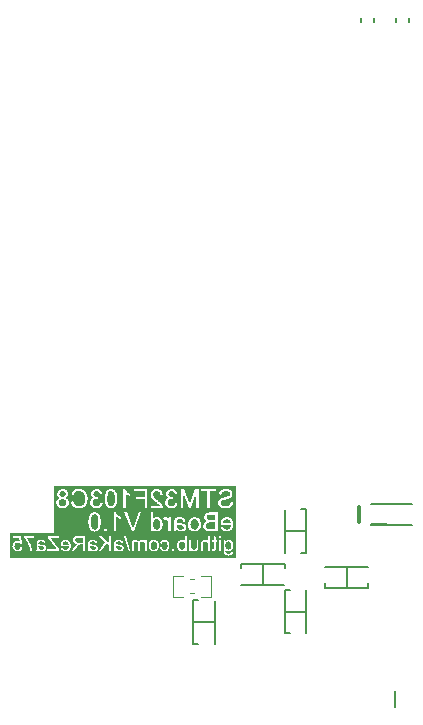
<source format=gbr>
G04*
G04 #@! TF.GenerationSoftware,Altium Limited,Altium Designer,24.2.2 (26)*
G04*
G04 Layer_Color=32896*
%FSLAX44Y44*%
%MOMM*%
G71*
G04*
G04 #@! TF.SameCoordinates,411CF6F5-C546-4132-A14B-87BDE19E8412*
G04*
G04*
G04 #@! TF.FilePolarity,Positive*
G04*
G01*
G75*
%ADD13C,0.2000*%
%ADD15C,0.1500*%
%ADD18C,0.3048*%
%ADD95C,0.1000*%
G36*
X227330Y237462D02*
Y215900D01*
Y195580D01*
X36423D01*
Y216374D01*
X73572D01*
Y237462D01*
Y256030D01*
X227330D01*
Y237462D01*
D02*
G37*
%LPC*%
G36*
X173498Y253822D02*
X172919D01*
X172665Y253799D01*
X172364Y253752D01*
X171994Y253683D01*
X171577Y253567D01*
X171161Y253428D01*
X170744Y253243D01*
X170721D01*
X170698Y253220D01*
X170559Y253151D01*
X170351Y253012D01*
X170119Y252850D01*
X169842Y252618D01*
X169564Y252364D01*
X169286Y252063D01*
X169055Y251716D01*
X169032Y251670D01*
X168962Y251554D01*
X168870Y251346D01*
X168754Y251091D01*
X168638Y250790D01*
X168546Y250443D01*
X168477Y250050D01*
X168453Y249657D01*
Y249610D01*
Y249471D01*
X168477Y249286D01*
X168523Y249032D01*
X168592Y248731D01*
X168708Y248407D01*
X168847Y248083D01*
X169032Y247759D01*
X169055Y247713D01*
X169124Y247620D01*
X169263Y247458D01*
X169448Y247273D01*
X169680Y247065D01*
X169957Y246833D01*
X170281Y246625D01*
X170675Y246417D01*
X170652D01*
X170605Y246394D01*
X170536Y246371D01*
X170443Y246348D01*
X170189Y246255D01*
X169865Y246116D01*
X169495Y245931D01*
X169124Y245700D01*
X168777Y245399D01*
X168453Y245052D01*
X168430Y245005D01*
X168338Y244867D01*
X168199Y244635D01*
X168060Y244334D01*
X167921Y243964D01*
X167782Y243525D01*
X167690Y243015D01*
X167667Y242460D01*
Y242252D01*
X167690Y242113D01*
X167713Y241928D01*
X167759Y241720D01*
X167806Y241488D01*
X167852Y241234D01*
X168037Y240678D01*
X168176Y240378D01*
X168314Y240100D01*
X168500Y239799D01*
X168708Y239498D01*
X168939Y239198D01*
X169217Y238920D01*
X169240Y238897D01*
X169286Y238850D01*
X169379Y238781D01*
X169495Y238688D01*
X169634Y238573D01*
X169819Y238457D01*
X170027Y238318D01*
X170281Y238202D01*
X170536Y238064D01*
X170837Y237925D01*
X171138Y237809D01*
X171485Y237693D01*
X171855Y237601D01*
X172248Y237532D01*
X172642Y237485D01*
X173081Y237462D01*
X173290D01*
X173428Y237485D01*
X173613Y237508D01*
X173822Y237532D01*
X174053Y237578D01*
X174308Y237624D01*
X174863Y237763D01*
X175441Y237994D01*
X175742Y238133D01*
X176020Y238295D01*
X176298Y238503D01*
X176575Y238712D01*
X176598Y238735D01*
X176645Y238781D01*
X176714Y238850D01*
X176784Y238943D01*
X176899Y239059D01*
X177015Y239221D01*
X177154Y239383D01*
X177293Y239591D01*
X177431Y239822D01*
X177570Y240054D01*
X177825Y240609D01*
X178033Y241257D01*
X178102Y241604D01*
X178149Y241974D01*
X176182Y242229D01*
Y242206D01*
X176159Y242159D01*
X176136Y242067D01*
X176112Y241951D01*
X176089Y241812D01*
X176043Y241650D01*
X175927Y241303D01*
X175765Y240887D01*
X175557Y240493D01*
X175326Y240123D01*
X175048Y239799D01*
X175002Y239776D01*
X174909Y239683D01*
X174724Y239568D01*
X174493Y239452D01*
X174215Y239313D01*
X173868Y239198D01*
X173475Y239105D01*
X173058Y239082D01*
X172919D01*
X172827Y239105D01*
X172572Y239128D01*
X172248Y239198D01*
X171878Y239313D01*
X171485Y239475D01*
X171091Y239707D01*
X170721Y240030D01*
X170675Y240077D01*
X170559Y240216D01*
X170420Y240424D01*
X170235Y240702D01*
X170050Y241049D01*
X169911Y241442D01*
X169795Y241905D01*
X169749Y242414D01*
Y242437D01*
Y242483D01*
Y242553D01*
X169772Y242645D01*
X169795Y242900D01*
X169865Y243201D01*
X169957Y243571D01*
X170119Y243941D01*
X170351Y244311D01*
X170652Y244658D01*
X170698Y244705D01*
X170814Y244797D01*
X170999Y244936D01*
X171253Y245098D01*
X171577Y245260D01*
X171971Y245399D01*
X172410Y245491D01*
X172896Y245538D01*
X173104D01*
X173266Y245515D01*
X173475Y245491D01*
X173706Y245445D01*
X173984Y245399D01*
X174284Y245329D01*
X174053Y247065D01*
X173937D01*
X173845Y247042D01*
X173544D01*
X173290Y247088D01*
X172989Y247134D01*
X172642Y247204D01*
X172248Y247319D01*
X171878Y247481D01*
X171485Y247690D01*
X171462D01*
X171438Y247713D01*
X171323Y247805D01*
X171161Y247967D01*
X170976Y248176D01*
X170790Y248476D01*
X170629Y248824D01*
X170513Y249217D01*
X170466Y249448D01*
Y249703D01*
Y249726D01*
Y249749D01*
Y249888D01*
X170513Y250073D01*
X170559Y250327D01*
X170652Y250605D01*
X170767Y250906D01*
X170952Y251207D01*
X171207Y251485D01*
X171230Y251508D01*
X171346Y251600D01*
X171508Y251716D01*
X171716Y251855D01*
X171994Y251970D01*
X172318Y252086D01*
X172688Y252179D01*
X173104Y252202D01*
X173290D01*
X173498Y252156D01*
X173775Y252109D01*
X174076Y252017D01*
X174377Y251901D01*
X174701Y251716D01*
X175002Y251485D01*
X175025Y251461D01*
X175117Y251346D01*
X175256Y251184D01*
X175418Y250952D01*
X175580Y250651D01*
X175742Y250281D01*
X175881Y249842D01*
X175974Y249333D01*
X177941Y249680D01*
Y249703D01*
X177917Y249772D01*
X177894Y249865D01*
X177871Y250004D01*
X177825Y250166D01*
X177755Y250351D01*
X177617Y250790D01*
X177385Y251299D01*
X177108Y251808D01*
X176760Y252294D01*
X176321Y252734D01*
X176298Y252757D01*
X176251Y252780D01*
X176182Y252827D01*
X176089Y252896D01*
X175974Y252989D01*
X175812Y253081D01*
X175650Y253174D01*
X175441Y253289D01*
X174979Y253475D01*
X174447Y253660D01*
X173822Y253775D01*
X173498Y253822D01*
D02*
G37*
G36*
X110026D02*
X109448D01*
X109193Y253799D01*
X108892Y253752D01*
X108522Y253683D01*
X108106Y253567D01*
X107689Y253428D01*
X107273Y253243D01*
X107250D01*
X107226Y253220D01*
X107088Y253151D01*
X106879Y253012D01*
X106648Y252850D01*
X106370Y252618D01*
X106093Y252364D01*
X105815Y252063D01*
X105584Y251716D01*
X105561Y251670D01*
X105491Y251554D01*
X105399Y251346D01*
X105283Y251091D01*
X105167Y250790D01*
X105075Y250443D01*
X105005Y250050D01*
X104982Y249657D01*
Y249610D01*
Y249471D01*
X105005Y249286D01*
X105051Y249032D01*
X105121Y248731D01*
X105237Y248407D01*
X105375Y248083D01*
X105561Y247759D01*
X105584Y247713D01*
X105653Y247620D01*
X105792Y247458D01*
X105977Y247273D01*
X106208Y247065D01*
X106486Y246833D01*
X106810Y246625D01*
X107203Y246417D01*
X107180D01*
X107134Y246394D01*
X107065Y246371D01*
X106972Y246348D01*
X106717Y246255D01*
X106393Y246116D01*
X106023Y245931D01*
X105653Y245700D01*
X105306Y245399D01*
X104982Y245052D01*
X104959Y245005D01*
X104866Y244867D01*
X104727Y244635D01*
X104589Y244334D01*
X104450Y243964D01*
X104311Y243525D01*
X104218Y243015D01*
X104195Y242460D01*
Y242252D01*
X104218Y242113D01*
X104242Y241928D01*
X104288Y241720D01*
X104334Y241488D01*
X104380Y241234D01*
X104565Y240678D01*
X104704Y240378D01*
X104843Y240100D01*
X105028Y239799D01*
X105237Y239498D01*
X105468Y239198D01*
X105746Y238920D01*
X105769Y238897D01*
X105815Y238850D01*
X105908Y238781D01*
X106023Y238688D01*
X106162Y238573D01*
X106347Y238457D01*
X106556Y238318D01*
X106810Y238202D01*
X107065Y238064D01*
X107365Y237925D01*
X107666Y237809D01*
X108013Y237693D01*
X108384Y237601D01*
X108777Y237532D01*
X109170Y237485D01*
X109610Y237462D01*
X109818D01*
X109957Y237485D01*
X110142Y237508D01*
X110350Y237532D01*
X110582Y237578D01*
X110836Y237624D01*
X111392Y237763D01*
X111970Y237994D01*
X112271Y238133D01*
X112549Y238295D01*
X112826Y238503D01*
X113104Y238712D01*
X113127Y238735D01*
X113173Y238781D01*
X113243Y238850D01*
X113312Y238943D01*
X113428Y239059D01*
X113544Y239221D01*
X113682Y239383D01*
X113821Y239591D01*
X113960Y239822D01*
X114099Y240054D01*
X114353Y240609D01*
X114562Y241257D01*
X114631Y241604D01*
X114677Y241974D01*
X112711Y242229D01*
Y242206D01*
X112687Y242159D01*
X112664Y242067D01*
X112641Y241951D01*
X112618Y241812D01*
X112572Y241650D01*
X112456Y241303D01*
X112294Y240887D01*
X112086Y240493D01*
X111854Y240123D01*
X111577Y239799D01*
X111530Y239776D01*
X111438Y239683D01*
X111253Y239568D01*
X111021Y239452D01*
X110744Y239313D01*
X110397Y239198D01*
X110003Y239105D01*
X109587Y239082D01*
X109448D01*
X109355Y239105D01*
X109101Y239128D01*
X108777Y239198D01*
X108407Y239313D01*
X108013Y239475D01*
X107620Y239707D01*
X107250Y240030D01*
X107203Y240077D01*
X107088Y240216D01*
X106949Y240424D01*
X106764Y240702D01*
X106579Y241049D01*
X106440Y241442D01*
X106324Y241905D01*
X106278Y242414D01*
Y242437D01*
Y242483D01*
Y242553D01*
X106301Y242645D01*
X106324Y242900D01*
X106393Y243201D01*
X106486Y243571D01*
X106648Y243941D01*
X106879Y244311D01*
X107180Y244658D01*
X107226Y244705D01*
X107342Y244797D01*
X107527Y244936D01*
X107782Y245098D01*
X108106Y245260D01*
X108499Y245399D01*
X108939Y245491D01*
X109425Y245538D01*
X109633D01*
X109795Y245515D01*
X110003Y245491D01*
X110235Y245445D01*
X110512Y245399D01*
X110813Y245329D01*
X110582Y247065D01*
X110466D01*
X110373Y247042D01*
X110073D01*
X109818Y247088D01*
X109517Y247134D01*
X109170Y247204D01*
X108777Y247319D01*
X108407Y247481D01*
X108013Y247690D01*
X107990D01*
X107967Y247713D01*
X107851Y247805D01*
X107689Y247967D01*
X107504Y248176D01*
X107319Y248476D01*
X107157Y248824D01*
X107041Y249217D01*
X106995Y249448D01*
Y249703D01*
Y249726D01*
Y249749D01*
Y249888D01*
X107041Y250073D01*
X107088Y250327D01*
X107180Y250605D01*
X107296Y250906D01*
X107481Y251207D01*
X107736Y251485D01*
X107759Y251508D01*
X107874Y251600D01*
X108036Y251716D01*
X108245Y251855D01*
X108522Y251970D01*
X108846Y252086D01*
X109216Y252179D01*
X109633Y252202D01*
X109818D01*
X110026Y252156D01*
X110304Y252109D01*
X110605Y252017D01*
X110906Y251901D01*
X111230Y251716D01*
X111530Y251485D01*
X111554Y251461D01*
X111646Y251346D01*
X111785Y251184D01*
X111947Y250952D01*
X112109Y250651D01*
X112271Y250281D01*
X112410Y249842D01*
X112502Y249333D01*
X114469Y249680D01*
Y249703D01*
X114446Y249772D01*
X114423Y249865D01*
X114400Y250004D01*
X114353Y250166D01*
X114284Y250351D01*
X114145Y250790D01*
X113914Y251299D01*
X113636Y251808D01*
X113289Y252294D01*
X112849Y252734D01*
X112826Y252757D01*
X112780Y252780D01*
X112711Y252827D01*
X112618Y252896D01*
X112502Y252989D01*
X112340Y253081D01*
X112178Y253174D01*
X111970Y253289D01*
X111507Y253475D01*
X110975Y253660D01*
X110350Y253775D01*
X110026Y253822D01*
D02*
G37*
G36*
X160424D02*
X160193D01*
X160031Y253799D01*
X159846Y253775D01*
X159614Y253752D01*
X159360Y253706D01*
X159105Y253660D01*
X158503Y253498D01*
X157902Y253266D01*
X157601Y253127D01*
X157300Y252965D01*
X157022Y252757D01*
X156768Y252526D01*
X156745Y252503D01*
X156699Y252479D01*
X156652Y252387D01*
X156560Y252294D01*
X156444Y252179D01*
X156328Y252017D01*
X156213Y251855D01*
X156074Y251646D01*
X155842Y251207D01*
X155611Y250651D01*
X155518Y250374D01*
X155472Y250050D01*
X155426Y249726D01*
X155403Y249379D01*
Y249333D01*
Y249217D01*
X155426Y249032D01*
X155449Y248777D01*
X155495Y248500D01*
X155588Y248176D01*
X155680Y247829D01*
X155819Y247481D01*
X155842Y247435D01*
X155889Y247319D01*
X155981Y247134D01*
X156120Y246880D01*
X156305Y246602D01*
X156537Y246255D01*
X156814Y245908D01*
X157138Y245515D01*
X157184Y245468D01*
X157300Y245329D01*
X157416Y245214D01*
X157532Y245098D01*
X157670Y244959D01*
X157856Y244774D01*
X158041Y244589D01*
X158272Y244381D01*
X158503Y244149D01*
X158781Y243895D01*
X159082Y243640D01*
X159406Y243339D01*
X159776Y243039D01*
X160146Y242715D01*
X160170Y242691D01*
X160216Y242645D01*
X160308Y242576D01*
X160424Y242483D01*
X160563Y242344D01*
X160725Y242206D01*
X161095Y241905D01*
X161488Y241558D01*
X161859Y241211D01*
X162183Y240910D01*
X162321Y240794D01*
X162437Y240678D01*
X162460Y240655D01*
X162530Y240586D01*
X162622Y240493D01*
X162738Y240354D01*
X162854Y240193D01*
X162992Y240030D01*
X163270Y239637D01*
X155380D01*
Y237740D01*
X166001D01*
Y237994D01*
X165977Y238179D01*
X165954Y238388D01*
X165908Y238619D01*
X165862Y238850D01*
X165769Y239105D01*
Y239128D01*
X165746Y239151D01*
X165700Y239290D01*
X165607Y239498D01*
X165468Y239776D01*
X165283Y240100D01*
X165052Y240470D01*
X164797Y240840D01*
X164473Y241234D01*
Y241257D01*
X164427Y241280D01*
X164311Y241419D01*
X164103Y241627D01*
X163802Y241928D01*
X163455Y242275D01*
X163016Y242691D01*
X162483Y243154D01*
X161905Y243640D01*
X161882Y243663D01*
X161789Y243733D01*
X161650Y243848D01*
X161488Y243987D01*
X161280Y244172D01*
X161026Y244381D01*
X160771Y244612D01*
X160470Y244867D01*
X159892Y245422D01*
X159313Y245977D01*
X159036Y246255D01*
X158781Y246533D01*
X158550Y246787D01*
X158365Y247042D01*
Y247065D01*
X158318Y247088D01*
X158272Y247157D01*
X158226Y247250D01*
X158064Y247505D01*
X157879Y247805D01*
X157717Y248176D01*
X157555Y248569D01*
X157462Y249009D01*
X157416Y249425D01*
Y249448D01*
Y249471D01*
X157439Y249610D01*
X157462Y249842D01*
X157532Y250096D01*
X157624Y250420D01*
X157786Y250744D01*
X157994Y251068D01*
X158272Y251392D01*
X158318Y251438D01*
X158434Y251531D01*
X158596Y251646D01*
X158850Y251808D01*
X159174Y251947D01*
X159545Y252086D01*
X159984Y252179D01*
X160470Y252202D01*
X160609D01*
X160702Y252179D01*
X160979Y252156D01*
X161303Y252086D01*
X161650Y251994D01*
X162044Y251832D01*
X162414Y251623D01*
X162761Y251346D01*
X162807Y251299D01*
X162900Y251184D01*
X163039Y250999D01*
X163178Y250721D01*
X163340Y250397D01*
X163478Y249980D01*
X163571Y249518D01*
X163617Y248986D01*
X165630Y249194D01*
Y249217D01*
X165607Y249286D01*
Y249402D01*
X165584Y249564D01*
X165538Y249749D01*
X165492Y249957D01*
X165422Y250212D01*
X165353Y250466D01*
X165168Y251022D01*
X164890Y251577D01*
X164728Y251855D01*
X164520Y252132D01*
X164311Y252387D01*
X164080Y252618D01*
X164057Y252642D01*
X164011Y252665D01*
X163941Y252734D01*
X163825Y252803D01*
X163687Y252896D01*
X163525Y252989D01*
X163340Y253104D01*
X163108Y253220D01*
X162854Y253336D01*
X162576Y253451D01*
X162275Y253544D01*
X161951Y253636D01*
X161604Y253706D01*
X161234Y253775D01*
X160840Y253799D01*
X160424Y253822D01*
D02*
G37*
G36*
X133467D02*
X132194D01*
Y237740D01*
X134161D01*
Y250258D01*
X134184Y250235D01*
X134300Y250142D01*
X134438Y250004D01*
X134670Y249842D01*
X134924Y249633D01*
X135248Y249402D01*
X135619Y249147D01*
X136035Y248893D01*
X136058D01*
X136081Y248870D01*
X136220Y248777D01*
X136452Y248661D01*
X136729Y248523D01*
X137053Y248361D01*
X137400Y248199D01*
X137747Y248037D01*
X138095Y247898D01*
Y249795D01*
X138071D01*
X138025Y249842D01*
X137933Y249865D01*
X137817Y249934D01*
X137678Y250004D01*
X137516Y250096D01*
X137123Y250327D01*
X136660Y250582D01*
X136197Y250906D01*
X135711Y251276D01*
X135225Y251670D01*
X135202Y251693D01*
X135179Y251716D01*
X135110Y251785D01*
X135017Y251855D01*
X134809Y252086D01*
X134531Y252364D01*
X134253Y252688D01*
X133953Y253058D01*
X133698Y253428D01*
X133467Y253822D01*
D02*
G37*
G36*
X196082Y253752D02*
X192912D01*
X189117Y242391D01*
Y242368D01*
X189094Y242321D01*
X189071Y242252D01*
X189024Y242136D01*
X188932Y241859D01*
X188816Y241511D01*
X188700Y241118D01*
X188561Y240725D01*
X188446Y240354D01*
X188353Y240030D01*
X188330Y240077D01*
X188307Y240193D01*
X188237Y240401D01*
X188145Y240678D01*
X188029Y241049D01*
X187867Y241488D01*
X187705Y241997D01*
X187497Y242599D01*
X183656Y253752D01*
X180810D01*
Y237740D01*
X182846D01*
Y251137D01*
X187520Y237740D01*
X189418D01*
X194046Y251369D01*
Y237740D01*
X196082D01*
Y253752D01*
D02*
G37*
G36*
X94523Y254030D02*
X94292D01*
X94130Y254007D01*
X93921Y253984D01*
X93667Y253960D01*
X93412Y253937D01*
X93111Y253868D01*
X92487Y253729D01*
X91792Y253521D01*
X91445Y253382D01*
X91122Y253220D01*
X90798Y253012D01*
X90474Y252803D01*
X90450Y252780D01*
X90404Y252757D01*
X90312Y252688D01*
X90196Y252572D01*
X90080Y252456D01*
X89918Y252294D01*
X89756Y252109D01*
X89571Y251924D01*
X89386Y251693D01*
X89201Y251415D01*
X88993Y251137D01*
X88807Y250837D01*
X88646Y250490D01*
X88461Y250142D01*
X88322Y249772D01*
X88183Y249356D01*
X90265Y248870D01*
Y248893D01*
X90288Y248939D01*
X90335Y249032D01*
X90381Y249147D01*
X90427Y249286D01*
X90497Y249471D01*
X90682Y249842D01*
X90913Y250258D01*
X91191Y250675D01*
X91538Y251068D01*
X91908Y251415D01*
X91954Y251461D01*
X92093Y251554D01*
X92325Y251670D01*
X92626Y251832D01*
X93019Y251970D01*
X93459Y252109D01*
X93991Y252202D01*
X94569Y252225D01*
X94754D01*
X94870Y252202D01*
X95032D01*
X95217Y252179D01*
X95657Y252109D01*
X96143Y252017D01*
X96652Y251855D01*
X97184Y251623D01*
X97670Y251322D01*
X97693D01*
X97716Y251276D01*
X97878Y251161D01*
X98086Y250975D01*
X98341Y250698D01*
X98642Y250351D01*
X98919Y249957D01*
X99174Y249471D01*
X99405Y248939D01*
Y248916D01*
X99429Y248870D01*
X99452Y248800D01*
X99475Y248685D01*
X99521Y248546D01*
X99567Y248384D01*
X99637Y247990D01*
X99729Y247528D01*
X99822Y247019D01*
X99868Y246463D01*
X99891Y245862D01*
Y245839D01*
Y245769D01*
Y245653D01*
Y245515D01*
X99868Y245353D01*
Y245144D01*
X99845Y244913D01*
X99822Y244658D01*
X99753Y244103D01*
X99637Y243501D01*
X99498Y242900D01*
X99313Y242298D01*
Y242275D01*
X99290Y242229D01*
X99243Y242159D01*
X99197Y242044D01*
X99058Y241766D01*
X98850Y241442D01*
X98596Y241072D01*
X98272Y240678D01*
X97901Y240331D01*
X97462Y240007D01*
X97438D01*
X97392Y239984D01*
X97323Y239938D01*
X97230Y239892D01*
X97115Y239845D01*
X96976Y239776D01*
X96652Y239637D01*
X96235Y239498D01*
X95772Y239383D01*
X95263Y239290D01*
X94731Y239267D01*
X94569D01*
X94430Y239290D01*
X94268D01*
X94107Y239313D01*
X93690Y239406D01*
X93204Y239521D01*
X92718Y239707D01*
X92209Y239961D01*
X91954Y240100D01*
X91723Y240285D01*
X91700Y240308D01*
X91677Y240331D01*
X91607Y240401D01*
X91515Y240470D01*
X91422Y240586D01*
X91307Y240725D01*
X91168Y240863D01*
X91052Y241049D01*
X90913Y241257D01*
X90751Y241488D01*
X90612Y241720D01*
X90474Y241997D01*
X90358Y242298D01*
X90242Y242622D01*
X90126Y242969D01*
X90034Y243339D01*
X87905Y242807D01*
Y242784D01*
X87928Y242691D01*
X87975Y242553D01*
X88044Y242368D01*
X88113Y242159D01*
X88206Y241905D01*
X88322Y241627D01*
X88461Y241326D01*
X88784Y240678D01*
X89201Y240030D01*
X89455Y239707D01*
X89710Y239383D01*
X89988Y239105D01*
X90312Y238827D01*
X90335Y238804D01*
X90381Y238758D01*
X90497Y238712D01*
X90612Y238619D01*
X90798Y238503D01*
X90983Y238388D01*
X91237Y238272D01*
X91492Y238156D01*
X91792Y238017D01*
X92116Y237902D01*
X92464Y237786D01*
X92834Y237670D01*
X93227Y237578D01*
X93644Y237532D01*
X94083Y237485D01*
X94546Y237462D01*
X94801D01*
X94986Y237485D01*
X95194D01*
X95449Y237508D01*
X95726Y237555D01*
X96050Y237601D01*
X96721Y237717D01*
X97415Y237902D01*
X98110Y238156D01*
X98434Y238318D01*
X98757Y238503D01*
X98781Y238526D01*
X98827Y238550D01*
X98919Y238619D01*
X99012Y238712D01*
X99151Y238804D01*
X99313Y238943D01*
X99498Y239105D01*
X99683Y239290D01*
X99868Y239498D01*
X100076Y239707D01*
X100493Y240239D01*
X100886Y240863D01*
X101233Y241558D01*
Y241581D01*
X101280Y241650D01*
X101303Y241766D01*
X101372Y241905D01*
X101419Y242090D01*
X101488Y242321D01*
X101580Y242576D01*
X101650Y242854D01*
X101719Y243154D01*
X101812Y243501D01*
X101928Y244219D01*
X102020Y245029D01*
X102066Y245862D01*
Y246116D01*
X102043Y246278D01*
Y246509D01*
X102020Y246741D01*
X101997Y247042D01*
X101951Y247343D01*
X101835Y248014D01*
X101673Y248754D01*
X101442Y249494D01*
X101118Y250212D01*
X101095Y250235D01*
X101071Y250304D01*
X101025Y250397D01*
X100933Y250513D01*
X100840Y250675D01*
X100724Y250860D01*
X100423Y251276D01*
X100030Y251739D01*
X99567Y252202D01*
X99035Y252665D01*
X98410Y253058D01*
X98387Y253081D01*
X98318Y253104D01*
X98225Y253151D01*
X98110Y253220D01*
X97924Y253289D01*
X97739Y253359D01*
X97508Y253451D01*
X97253Y253544D01*
X96976Y253636D01*
X96675Y253729D01*
X96027Y253868D01*
X95287Y253984D01*
X94523Y254030D01*
D02*
G37*
G36*
X210891Y253752D02*
X198211D01*
Y251855D01*
X203486D01*
Y237740D01*
X205615D01*
Y251855D01*
X210891D01*
Y253752D01*
D02*
G37*
G36*
X152372D02*
X141542D01*
Y251855D01*
X150243D01*
Y246903D01*
X142722D01*
Y245005D01*
X150243D01*
Y237740D01*
X152372D01*
Y253752D01*
D02*
G37*
G36*
X219105Y254030D02*
X218805D01*
X218643Y254007D01*
X218481D01*
X218041Y253960D01*
X217555Y253891D01*
X217046Y253775D01*
X216491Y253636D01*
X215982Y253451D01*
X215958D01*
X215912Y253428D01*
X215843Y253382D01*
X215750Y253336D01*
X215519Y253220D01*
X215218Y253012D01*
X214871Y252780D01*
X214524Y252479D01*
X214200Y252132D01*
X213899Y251739D01*
Y251716D01*
X213876Y251693D01*
X213830Y251623D01*
X213783Y251554D01*
X213668Y251322D01*
X213529Y251022D01*
X213367Y250651D01*
X213251Y250212D01*
X213136Y249749D01*
X213089Y249240D01*
X215126Y249078D01*
Y249101D01*
Y249147D01*
X215149Y249217D01*
X215172Y249333D01*
X215241Y249587D01*
X215334Y249934D01*
X215473Y250304D01*
X215681Y250675D01*
X215935Y251022D01*
X216259Y251346D01*
X216306Y251369D01*
X216421Y251461D01*
X216653Y251600D01*
X216954Y251739D01*
X217347Y251878D01*
X217810Y252017D01*
X218388Y252109D01*
X219036Y252132D01*
X219360D01*
X219499Y252109D01*
X219684Y252086D01*
X220100Y252040D01*
X220563Y251947D01*
X221026Y251832D01*
X221466Y251646D01*
X221651Y251531D01*
X221836Y251415D01*
X221882Y251392D01*
X221975Y251299D01*
X222114Y251137D01*
X222253Y250952D01*
X222414Y250698D01*
X222553Y250420D01*
X222646Y250096D01*
X222692Y249726D01*
Y249680D01*
Y249587D01*
X222669Y249425D01*
X222623Y249240D01*
X222553Y249009D01*
X222438Y248777D01*
X222299Y248546D01*
X222090Y248314D01*
X222067Y248291D01*
X221952Y248222D01*
X221859Y248152D01*
X221766Y248106D01*
X221628Y248037D01*
X221466Y247944D01*
X221257Y247875D01*
X221026Y247782D01*
X220772Y247690D01*
X220471Y247574D01*
X220147Y247481D01*
X219776Y247366D01*
X219360Y247273D01*
X218897Y247157D01*
X218874D01*
X218782Y247134D01*
X218643Y247111D01*
X218481Y247065D01*
X218272Y247019D01*
X218018Y246949D01*
X217763Y246880D01*
X217486Y246810D01*
X216884Y246648D01*
X216306Y246486D01*
X216028Y246394D01*
X215773Y246301D01*
X215542Y246232D01*
X215357Y246139D01*
X215334D01*
X215287Y246116D01*
X215218Y246070D01*
X215126Y246024D01*
X214871Y245885D01*
X214570Y245700D01*
X214223Y245445D01*
X213876Y245168D01*
X213552Y244844D01*
X213274Y244496D01*
X213251Y244450D01*
X213159Y244334D01*
X213066Y244126D01*
X212927Y243848D01*
X212812Y243525D01*
X212696Y243131D01*
X212626Y242691D01*
X212603Y242229D01*
Y242020D01*
X212650Y241766D01*
X212696Y241442D01*
X212788Y241072D01*
X212904Y240678D01*
X213089Y240262D01*
X213344Y239822D01*
Y239799D01*
X213367Y239776D01*
X213483Y239637D01*
X213645Y239429D01*
X213876Y239198D01*
X214177Y238920D01*
X214547Y238619D01*
X214964Y238341D01*
X215450Y238087D01*
X215473D01*
X215519Y238064D01*
X215588Y238041D01*
X215681Y237994D01*
X215820Y237948D01*
X215982Y237878D01*
X216352Y237786D01*
X216792Y237670D01*
X217324Y237555D01*
X217902Y237485D01*
X218527Y237462D01*
X218897D01*
X219082Y237485D01*
X219291D01*
X219522Y237508D01*
X219800Y237532D01*
X220378Y237624D01*
X220980Y237717D01*
X221581Y237878D01*
X222160Y238087D01*
X222183D01*
X222229Y238110D01*
X222299Y238156D01*
X222391Y238202D01*
X222669Y238341D01*
X222993Y238550D01*
X223363Y238827D01*
X223757Y239151D01*
X224127Y239545D01*
X224474Y239984D01*
Y240007D01*
X224520Y240054D01*
X224543Y240123D01*
X224613Y240216D01*
X224659Y240331D01*
X224728Y240470D01*
X224890Y240817D01*
X225052Y241257D01*
X225191Y241743D01*
X225284Y242298D01*
X225330Y242877D01*
X223340Y243062D01*
Y243039D01*
Y243015D01*
X223317Y242946D01*
Y242854D01*
X223271Y242645D01*
X223201Y242344D01*
X223109Y242044D01*
X223016Y241696D01*
X222854Y241373D01*
X222692Y241072D01*
X222669Y241049D01*
X222600Y240956D01*
X222484Y240794D01*
X222299Y240632D01*
X222067Y240424D01*
X221813Y240216D01*
X221466Y240007D01*
X221096Y239822D01*
X221072D01*
X221049Y239799D01*
X220980Y239776D01*
X220910Y239753D01*
X220679Y239683D01*
X220378Y239591D01*
X220008Y239498D01*
X219591Y239429D01*
X219129Y239383D01*
X218620Y239359D01*
X218411D01*
X218180Y239383D01*
X217902Y239406D01*
X217578Y239452D01*
X217208Y239498D01*
X216838Y239591D01*
X216491Y239707D01*
X216444Y239730D01*
X216329Y239776D01*
X216167Y239869D01*
X215958Y239961D01*
X215750Y240123D01*
X215519Y240285D01*
X215287Y240470D01*
X215102Y240702D01*
X215079Y240725D01*
X215033Y240817D01*
X214964Y240933D01*
X214871Y241118D01*
X214778Y241303D01*
X214709Y241535D01*
X214663Y241789D01*
X214640Y242067D01*
Y242090D01*
Y242206D01*
X214663Y242344D01*
X214686Y242530D01*
X214755Y242715D01*
X214825Y242946D01*
X214940Y243178D01*
X215102Y243386D01*
X215126Y243409D01*
X215195Y243478D01*
X215287Y243571D01*
X215450Y243710D01*
X215635Y243848D01*
X215889Y244011D01*
X216190Y244172D01*
X216537Y244311D01*
X216560Y244334D01*
X216676Y244358D01*
X216861Y244427D01*
X216977Y244450D01*
X217139Y244496D01*
X217301Y244566D01*
X217509Y244612D01*
X217740Y244681D01*
X218018Y244751D01*
X218296Y244820D01*
X218620Y244913D01*
X218990Y245005D01*
X219383Y245098D01*
X219406D01*
X219476Y245121D01*
X219591Y245144D01*
X219730Y245191D01*
X219915Y245237D01*
X220124Y245283D01*
X220586Y245422D01*
X221096Y245584D01*
X221628Y245746D01*
X222090Y245908D01*
X222299Y246000D01*
X222484Y246093D01*
X222507D01*
X222530Y246116D01*
X222669Y246209D01*
X222877Y246324D01*
X223109Y246509D01*
X223386Y246718D01*
X223664Y246972D01*
X223942Y247273D01*
X224173Y247597D01*
X224196Y247643D01*
X224266Y247759D01*
X224358Y247944D01*
X224451Y248176D01*
X224543Y248476D01*
X224636Y248824D01*
X224705Y249194D01*
X224728Y249587D01*
Y249610D01*
Y249633D01*
Y249703D01*
Y249795D01*
X224682Y250027D01*
X224636Y250327D01*
X224566Y250675D01*
X224451Y251068D01*
X224289Y251461D01*
X224057Y251855D01*
Y251878D01*
X224034Y251901D01*
X223918Y252040D01*
X223757Y252225D01*
X223548Y252456D01*
X223271Y252711D01*
X222924Y252989D01*
X222507Y253243D01*
X222044Y253475D01*
X222021D01*
X221975Y253498D01*
X221905Y253521D01*
X221813Y253567D01*
X221697Y253613D01*
X221535Y253660D01*
X221188Y253752D01*
X220748Y253845D01*
X220239Y253937D01*
X219707Y254007D01*
X219105Y254030D01*
D02*
G37*
G36*
X121920Y253822D02*
X121712D01*
X121457Y253799D01*
X121156Y253752D01*
X120809Y253683D01*
X120439Y253590D01*
X120046Y253475D01*
X119676Y253289D01*
X119652D01*
X119629Y253266D01*
X119514Y253197D01*
X119328Y253081D01*
X119097Y252919D01*
X118842Y252688D01*
X118565Y252433D01*
X118310Y252132D01*
X118056Y251785D01*
X118033Y251739D01*
X117940Y251623D01*
X117847Y251415D01*
X117685Y251114D01*
X117547Y250767D01*
X117362Y250374D01*
X117200Y249911D01*
X117061Y249402D01*
Y249379D01*
X117038Y249333D01*
X117015Y249263D01*
X116991Y249147D01*
X116968Y249009D01*
X116945Y248847D01*
X116899Y248638D01*
X116876Y248407D01*
X116829Y248152D01*
X116806Y247875D01*
X116783Y247551D01*
X116737Y247227D01*
X116714Y246857D01*
Y246486D01*
X116691Y246070D01*
Y245168D01*
X116714Y244913D01*
Y244635D01*
X116737Y244334D01*
X116760Y244011D01*
X116829Y243270D01*
X116945Y242506D01*
X117084Y241766D01*
X117176Y241419D01*
X117292Y241072D01*
Y241049D01*
X117315Y241002D01*
X117362Y240910D01*
X117408Y240794D01*
X117454Y240632D01*
X117547Y240470D01*
X117732Y240077D01*
X117963Y239660D01*
X118264Y239198D01*
X118611Y238781D01*
X119028Y238388D01*
X119051D01*
X119074Y238341D01*
X119143Y238295D01*
X119236Y238249D01*
X119352Y238179D01*
X119467Y238087D01*
X119814Y237925D01*
X120231Y237763D01*
X120717Y237601D01*
X121295Y237508D01*
X121920Y237462D01*
X122151D01*
X122313Y237485D01*
X122499Y237508D01*
X122730Y237555D01*
X122984Y237601D01*
X123262Y237670D01*
X123540Y237763D01*
X123841Y237855D01*
X124141Y237994D01*
X124442Y238156D01*
X124743Y238341D01*
X125044Y238573D01*
X125322Y238827D01*
X125576Y239105D01*
X125599Y239128D01*
X125646Y239198D01*
X125715Y239313D01*
X125831Y239498D01*
X125946Y239707D01*
X126062Y239984D01*
X126224Y240308D01*
X126363Y240678D01*
X126502Y241095D01*
X126641Y241581D01*
X126779Y242113D01*
X126895Y242715D01*
X127011Y243363D01*
X127080Y244057D01*
X127126Y244820D01*
X127149Y245630D01*
Y246093D01*
X127126Y246348D01*
Y246625D01*
X127103Y246926D01*
X127080Y247273D01*
X127011Y247990D01*
X126895Y248754D01*
X126756Y249518D01*
X126664Y249865D01*
X126571Y250212D01*
Y250235D01*
X126548Y250281D01*
X126502Y250374D01*
X126455Y250490D01*
X126409Y250651D01*
X126316Y250814D01*
X126131Y251207D01*
X125900Y251623D01*
X125599Y252063D01*
X125252Y252503D01*
X124836Y252873D01*
X124812D01*
X124789Y252919D01*
X124720Y252965D01*
X124627Y253012D01*
X124512Y253104D01*
X124373Y253174D01*
X124026Y253359D01*
X123609Y253521D01*
X123123Y253683D01*
X122545Y253775D01*
X121920Y253822D01*
D02*
G37*
G36*
X80894D02*
X80686D01*
X80547Y253799D01*
X80362Y253775D01*
X80153Y253752D01*
X79922Y253729D01*
X79691Y253660D01*
X79135Y253521D01*
X78580Y253312D01*
X78302Y253174D01*
X78025Y253012D01*
X77770Y252803D01*
X77516Y252595D01*
X77492Y252572D01*
X77469Y252549D01*
X77400Y252479D01*
X77307Y252387D01*
X77215Y252248D01*
X77099Y252109D01*
X76868Y251762D01*
X76636Y251322D01*
X76428Y250814D01*
X76266Y250235D01*
X76243Y249934D01*
X76220Y249610D01*
Y249587D01*
Y249564D01*
Y249425D01*
X76243Y249217D01*
X76289Y248962D01*
X76358Y248638D01*
X76474Y248314D01*
X76613Y247990D01*
X76821Y247666D01*
X76845Y247620D01*
X76937Y247528D01*
X77076Y247389D01*
X77261Y247204D01*
X77516Y246996D01*
X77816Y246787D01*
X78163Y246579D01*
X78580Y246394D01*
X78557D01*
X78510Y246371D01*
X78441Y246348D01*
X78348Y246301D01*
X78071Y246186D01*
X77747Y246024D01*
X77400Y245792D01*
X77030Y245538D01*
X76683Y245214D01*
X76358Y244844D01*
Y244820D01*
X76335Y244797D01*
X76243Y244658D01*
X76104Y244427D01*
X75965Y244126D01*
X75826Y243756D01*
X75687Y243316D01*
X75595Y242830D01*
X75572Y242298D01*
Y242090D01*
X75595Y241951D01*
X75618Y241789D01*
X75641Y241581D01*
X75687Y241350D01*
X75757Y241095D01*
X75919Y240563D01*
X76035Y240262D01*
X76197Y239984D01*
X76358Y239683D01*
X76544Y239406D01*
X76775Y239128D01*
X77030Y238850D01*
X77053Y238827D01*
X77099Y238781D01*
X77168Y238712D01*
X77284Y238642D01*
X77446Y238526D01*
X77608Y238411D01*
X77816Y238295D01*
X78048Y238156D01*
X78302Y238017D01*
X78603Y237902D01*
X78927Y237786D01*
X79251Y237670D01*
X79621Y237601D01*
X80015Y237532D01*
X80408Y237485D01*
X80848Y237462D01*
X81079D01*
X81241Y237485D01*
X81449Y237508D01*
X81681Y237532D01*
X81935Y237578D01*
X82213Y237647D01*
X82838Y237809D01*
X83161Y237925D01*
X83462Y238041D01*
X83786Y238202D01*
X84110Y238388D01*
X84411Y238596D01*
X84689Y238850D01*
X84712Y238874D01*
X84758Y238920D01*
X84828Y238989D01*
X84920Y239105D01*
X85013Y239244D01*
X85152Y239406D01*
X85267Y239591D01*
X85406Y239822D01*
X85545Y240054D01*
X85661Y240331D01*
X85892Y240910D01*
X85984Y241257D01*
X86054Y241604D01*
X86100Y241974D01*
X86123Y242344D01*
Y242506D01*
X86100Y242599D01*
Y242738D01*
X86077Y242900D01*
X86031Y243270D01*
X85938Y243687D01*
X85799Y244103D01*
X85591Y244543D01*
X85337Y244959D01*
Y244982D01*
X85290Y245005D01*
X85198Y245121D01*
X85013Y245306D01*
X84758Y245538D01*
X84434Y245769D01*
X84041Y246024D01*
X83601Y246232D01*
X83069Y246394D01*
X83092D01*
X83115Y246417D01*
X83185Y246440D01*
X83277Y246486D01*
X83485Y246579D01*
X83763Y246718D01*
X84064Y246903D01*
X84365Y247134D01*
X84642Y247389D01*
X84897Y247666D01*
X84920Y247713D01*
X84990Y247805D01*
X85082Y247990D01*
X85175Y248222D01*
X85290Y248523D01*
X85383Y248870D01*
X85452Y249263D01*
X85476Y249680D01*
Y249703D01*
Y249749D01*
Y249842D01*
X85452Y249980D01*
X85429Y250119D01*
X85406Y250304D01*
X85314Y250698D01*
X85175Y251161D01*
X84943Y251646D01*
X84804Y251901D01*
X84642Y252156D01*
X84434Y252387D01*
X84226Y252618D01*
X84203Y252642D01*
X84157Y252665D01*
X84087Y252734D01*
X83995Y252803D01*
X83879Y252896D01*
X83717Y252989D01*
X83532Y253104D01*
X83347Y253220D01*
X83115Y253336D01*
X82861Y253451D01*
X82583Y253544D01*
X82282Y253636D01*
X81634Y253775D01*
X81264Y253799D01*
X80894Y253822D01*
D02*
G37*
G36*
X125761Y234260D02*
X124488D01*
Y218178D01*
X126455D01*
Y230696D01*
X126479Y230673D01*
X126594Y230580D01*
X126733Y230442D01*
X126964Y230280D01*
X127219Y230071D01*
X127543Y229840D01*
X127913Y229585D01*
X128330Y229331D01*
X128353D01*
X128376Y229308D01*
X128515Y229215D01*
X128746Y229100D01*
X129024Y228961D01*
X129348Y228799D01*
X129695Y228637D01*
X130042Y228475D01*
X130389Y228336D01*
Y230233D01*
X130366D01*
X130320Y230280D01*
X130227Y230303D01*
X130111Y230372D01*
X129972Y230442D01*
X129811Y230534D01*
X129417Y230765D01*
X128954Y231020D01*
X128492Y231344D01*
X128006Y231714D01*
X127520Y232108D01*
X127497Y232131D01*
X127473Y232154D01*
X127404Y232223D01*
X127311Y232293D01*
X127103Y232524D01*
X126826Y232802D01*
X126548Y233126D01*
X126247Y233496D01*
X125993Y233866D01*
X125761Y234260D01*
D02*
G37*
G36*
X179930Y230048D02*
X179676D01*
X179421Y230025D01*
X179074Y230002D01*
X178681Y229956D01*
X178288Y229886D01*
X177894Y229794D01*
X177524Y229678D01*
X177478Y229655D01*
X177362Y229608D01*
X177200Y229539D01*
X176992Y229447D01*
X176760Y229308D01*
X176529Y229169D01*
X176321Y228984D01*
X176136Y228799D01*
X176112Y228776D01*
X176066Y228706D01*
X175997Y228590D01*
X175904Y228452D01*
X175788Y228243D01*
X175696Y228035D01*
X175603Y227780D01*
X175534Y227480D01*
Y227457D01*
X175511Y227387D01*
X175488Y227248D01*
X175465Y227063D01*
Y226809D01*
X175441Y226508D01*
X175418Y226115D01*
Y225675D01*
Y223037D01*
Y223014D01*
Y222921D01*
Y222782D01*
Y222597D01*
Y222389D01*
Y222134D01*
X175395Y221579D01*
Y221001D01*
X175372Y220422D01*
X175349Y220168D01*
Y219936D01*
X175326Y219728D01*
X175303Y219566D01*
Y219543D01*
X175280Y219450D01*
X175256Y219312D01*
X175187Y219126D01*
X175141Y218918D01*
X175048Y218687D01*
X174932Y218432D01*
X174817Y218178D01*
X176876D01*
X176899Y218201D01*
X176922Y218293D01*
X176969Y218409D01*
X177038Y218594D01*
X177108Y218802D01*
X177154Y219057D01*
X177200Y219335D01*
X177246Y219636D01*
X177269D01*
X177293Y219589D01*
X177431Y219473D01*
X177640Y219312D01*
X177917Y219103D01*
X178265Y218895D01*
X178612Y218664D01*
X178982Y218455D01*
X179375Y218293D01*
X179421Y218270D01*
X179560Y218247D01*
X179769Y218178D01*
X180023Y218108D01*
X180347Y218039D01*
X180717Y217993D01*
X181134Y217946D01*
X181550Y217923D01*
X181735D01*
X181874Y217946D01*
X182036D01*
X182221Y217969D01*
X182638Y218039D01*
X183101Y218155D01*
X183610Y218316D01*
X184072Y218548D01*
X184489Y218849D01*
X184535Y218895D01*
X184651Y219011D01*
X184813Y219219D01*
X184998Y219497D01*
X185183Y219844D01*
X185345Y220237D01*
X185461Y220723D01*
X185484Y220954D01*
X185507Y221232D01*
Y221371D01*
X185484Y221533D01*
X185461Y221741D01*
X185415Y221996D01*
X185345Y222250D01*
X185253Y222528D01*
X185137Y222782D01*
X185114Y222806D01*
X185067Y222898D01*
X184975Y223037D01*
X184859Y223199D01*
X184720Y223384D01*
X184535Y223569D01*
X184350Y223754D01*
X184119Y223916D01*
X184096Y223939D01*
X184003Y223986D01*
X183887Y224078D01*
X183702Y224171D01*
X183494Y224263D01*
X183239Y224379D01*
X182985Y224472D01*
X182684Y224564D01*
X182661D01*
X182568Y224587D01*
X182430Y224634D01*
X182244Y224657D01*
X182013Y224703D01*
X181712Y224749D01*
X181365Y224819D01*
X180949Y224865D01*
X180926D01*
X180833Y224888D01*
X180717D01*
X180555Y224911D01*
X180370Y224934D01*
X180139Y224981D01*
X179884Y225004D01*
X179606Y225050D01*
X179051Y225166D01*
X178450Y225282D01*
X177917Y225420D01*
X177663Y225490D01*
X177431Y225559D01*
Y225582D01*
Y225629D01*
X177408Y225767D01*
Y225929D01*
Y226022D01*
Y226068D01*
Y226091D01*
Y226115D01*
Y226253D01*
X177431Y226485D01*
X177478Y226739D01*
X177547Y227017D01*
X177663Y227295D01*
X177802Y227549D01*
X177987Y227757D01*
X178010Y227780D01*
X178126Y227873D01*
X178311Y227966D01*
X178542Y228104D01*
X178866Y228220D01*
X179236Y228336D01*
X179699Y228405D01*
X180231Y228428D01*
X180463D01*
X180694Y228405D01*
X181018Y228359D01*
X181342Y228313D01*
X181689Y228220D01*
X182013Y228104D01*
X182291Y227943D01*
X182314Y227919D01*
X182406Y227850D01*
X182522Y227734D01*
X182661Y227549D01*
X182800Y227318D01*
X182962Y227017D01*
X183101Y226647D01*
X183239Y226230D01*
X185160Y226485D01*
Y226508D01*
X185137Y226531D01*
Y226600D01*
X185114Y226693D01*
X185044Y226901D01*
X184952Y227202D01*
X184836Y227503D01*
X184697Y227827D01*
X184512Y228151D01*
X184304Y228452D01*
X184281Y228475D01*
X184188Y228567D01*
X184049Y228706D01*
X183864Y228891D01*
X183610Y229076D01*
X183309Y229261D01*
X182962Y229470D01*
X182568Y229632D01*
X182545D01*
X182522Y229655D01*
X182453Y229678D01*
X182360Y229701D01*
X182129Y229771D01*
X181805Y229840D01*
X181435Y229909D01*
X180972Y229979D01*
X180486Y230025D01*
X179930Y230048D01*
D02*
G37*
G36*
X147674Y234190D02*
X145360D01*
X141195Y222551D01*
Y222528D01*
X141172Y222482D01*
X141149Y222412D01*
X141103Y222320D01*
X141079Y222181D01*
X141033Y222042D01*
X140918Y221695D01*
X140779Y221301D01*
X140640Y220862D01*
X140362Y219936D01*
Y219959D01*
X140339Y220006D01*
X140316Y220075D01*
X140293Y220168D01*
X140223Y220422D01*
X140108Y220769D01*
X139992Y221163D01*
X139853Y221602D01*
X139691Y222065D01*
X139506Y222551D01*
X135156Y234190D01*
X133004D01*
X139251Y218178D01*
X141473D01*
X147674Y234190D01*
D02*
G37*
G36*
X219915Y230048D02*
X219684D01*
X219522Y230025D01*
X219337Y230002D01*
X219105Y229956D01*
X218851Y229909D01*
X218550Y229840D01*
X218272Y229771D01*
X217948Y229655D01*
X217648Y229539D01*
X217324Y229377D01*
X217000Y229192D01*
X216676Y228984D01*
X216375Y228729D01*
X216097Y228452D01*
X216074Y228428D01*
X216028Y228382D01*
X215958Y228290D01*
X215866Y228151D01*
X215750Y227989D01*
X215635Y227804D01*
X215496Y227572D01*
X215357Y227295D01*
X215218Y226994D01*
X215079Y226670D01*
X214964Y226300D01*
X214848Y225906D01*
X214755Y225467D01*
X214686Y225004D01*
X214640Y224518D01*
X214617Y223986D01*
Y223708D01*
X214640Y223477D01*
X223317D01*
Y223454D01*
Y223384D01*
X223294Y223291D01*
Y223153D01*
X223271Y222991D01*
X223224Y222806D01*
X223155Y222389D01*
X223016Y221926D01*
X222831Y221417D01*
X222576Y220954D01*
X222253Y220538D01*
X222229D01*
X222206Y220492D01*
X222067Y220376D01*
X221859Y220214D01*
X221581Y220052D01*
X221211Y219867D01*
X220795Y219705D01*
X220332Y219589D01*
X220077Y219566D01*
X219800Y219543D01*
X219615D01*
X219406Y219566D01*
X219152Y219612D01*
X218874Y219682D01*
X218550Y219774D01*
X218249Y219913D01*
X217948Y220098D01*
X217925Y220121D01*
X217810Y220214D01*
X217671Y220353D01*
X217509Y220538D01*
X217324Y220792D01*
X217115Y221116D01*
X216907Y221487D01*
X216722Y221926D01*
X214686Y221672D01*
Y221649D01*
X214709Y221602D01*
X214732Y221510D01*
X214778Y221371D01*
X214848Y221232D01*
X214917Y221047D01*
X215102Y220654D01*
X215334Y220214D01*
X215658Y219751D01*
X216028Y219312D01*
X216491Y218895D01*
X216514D01*
X216560Y218849D01*
X216630Y218802D01*
X216722Y218733D01*
X216861Y218664D01*
X217000Y218594D01*
X217185Y218502D01*
X217393Y218409D01*
X217625Y218316D01*
X217856Y218224D01*
X218435Y218085D01*
X219082Y217969D01*
X219800Y217923D01*
X220054D01*
X220216Y217946D01*
X220424Y217969D01*
X220679Y218016D01*
X220957Y218062D01*
X221257Y218108D01*
X221905Y218293D01*
X222253Y218432D01*
X222576Y218571D01*
X222924Y218756D01*
X223248Y218964D01*
X223548Y219196D01*
X223849Y219473D01*
X223872Y219497D01*
X223918Y219543D01*
X223988Y219636D01*
X224081Y219774D01*
X224196Y219936D01*
X224312Y220121D01*
X224451Y220353D01*
X224590Y220607D01*
X224728Y220908D01*
X224867Y221232D01*
X224983Y221602D01*
X225099Y221996D01*
X225191Y222412D01*
X225261Y222875D01*
X225307Y223361D01*
X225330Y223870D01*
Y224148D01*
X225307Y224356D01*
X225284Y224610D01*
X225261Y224888D01*
X225214Y225212D01*
X225145Y225536D01*
X224960Y226276D01*
X224844Y226647D01*
X224705Y227040D01*
X224520Y227410D01*
X224312Y227757D01*
X224081Y228104D01*
X223826Y228428D01*
X223803Y228452D01*
X223757Y228498D01*
X223664Y228567D01*
X223548Y228683D01*
X223409Y228799D01*
X223224Y228937D01*
X223016Y229100D01*
X222761Y229238D01*
X222507Y229400D01*
X222206Y229539D01*
X221882Y229678D01*
X221535Y229794D01*
X221165Y229909D01*
X220772Y229979D01*
X220355Y230025D01*
X219915Y230048D01*
D02*
G37*
G36*
X212048Y234190D02*
X205754D01*
X205592Y234167D01*
X205407D01*
X204991Y234121D01*
X204528Y234074D01*
X204042Y233982D01*
X203556Y233866D01*
X203116Y233704D01*
X203093D01*
X203070Y233681D01*
X202931Y233612D01*
X202723Y233496D01*
X202491Y233334D01*
X202214Y233126D01*
X201913Y232871D01*
X201635Y232547D01*
X201381Y232200D01*
X201358Y232154D01*
X201288Y232015D01*
X201173Y231830D01*
X201057Y231552D01*
X200941Y231228D01*
X200825Y230881D01*
X200756Y230488D01*
X200733Y230095D01*
Y230048D01*
Y229932D01*
X200756Y229724D01*
X200802Y229470D01*
X200872Y229169D01*
X200987Y228845D01*
X201126Y228521D01*
X201311Y228174D01*
X201334Y228128D01*
X201404Y228035D01*
X201543Y227850D01*
X201728Y227665D01*
X201959Y227433D01*
X202237Y227179D01*
X202584Y226947D01*
X202977Y226716D01*
X202954D01*
X202908Y226693D01*
X202838Y226670D01*
X202746Y226623D01*
X202468Y226531D01*
X202144Y226369D01*
X201797Y226161D01*
X201404Y225906D01*
X201057Y225605D01*
X200733Y225235D01*
X200710Y225189D01*
X200617Y225050D01*
X200478Y224842D01*
X200340Y224564D01*
X200201Y224194D01*
X200062Y223801D01*
X199969Y223338D01*
X199946Y222829D01*
Y222644D01*
X199969Y222412D01*
X200016Y222134D01*
X200062Y221811D01*
X200154Y221464D01*
X200270Y221093D01*
X200432Y220723D01*
X200455Y220677D01*
X200525Y220561D01*
X200617Y220399D01*
X200756Y220168D01*
X200941Y219936D01*
X201126Y219682D01*
X201358Y219427D01*
X201612Y219219D01*
X201635Y219196D01*
X201728Y219126D01*
X201890Y219034D01*
X202098Y218941D01*
X202353Y218802D01*
X202653Y218664D01*
X202977Y218548D01*
X203371Y218432D01*
X203417D01*
X203556Y218386D01*
X203787Y218363D01*
X204088Y218316D01*
X204458Y218270D01*
X204898Y218224D01*
X205384Y218201D01*
X205939Y218178D01*
X212048D01*
Y234190D01*
D02*
G37*
G36*
X168129Y230048D02*
X167967D01*
X167759Y230025D01*
X167505Y229979D01*
X167204Y229886D01*
X166880Y229771D01*
X166510Y229608D01*
X166116Y229400D01*
X166834Y227595D01*
X166857Y227619D01*
X166949Y227665D01*
X167088Y227734D01*
X167273Y227804D01*
X167481Y227873D01*
X167736Y227943D01*
X167991Y227989D01*
X168245Y228012D01*
X168361D01*
X168477Y227989D01*
X168638Y227966D01*
X168800Y227919D01*
X169009Y227850D01*
X169217Y227757D01*
X169402Y227619D01*
X169425Y227595D01*
X169495Y227549D01*
X169564Y227457D01*
X169680Y227341D01*
X169795Y227179D01*
X169911Y226994D01*
X170027Y226786D01*
X170119Y226531D01*
X170142Y226485D01*
X170166Y226346D01*
X170212Y226138D01*
X170281Y225860D01*
X170351Y225513D01*
X170397Y225119D01*
X170420Y224703D01*
X170443Y224240D01*
Y218178D01*
X172410D01*
Y229794D01*
X170629D01*
Y228035D01*
X170605Y228058D01*
X170513Y228220D01*
X170397Y228428D01*
X170212Y228683D01*
X170027Y228937D01*
X169819Y229215D01*
X169610Y229447D01*
X169402Y229632D01*
X169379Y229655D01*
X169310Y229701D01*
X169171Y229771D01*
X169032Y229840D01*
X168847Y229909D01*
X168615Y229979D01*
X168384Y230025D01*
X168129Y230048D01*
D02*
G37*
G36*
X118333Y220422D02*
X116089D01*
Y218178D01*
X118333D01*
Y220422D01*
D02*
G37*
G36*
X192588Y230048D02*
X192356D01*
X192194Y230025D01*
X191986Y230002D01*
X191755Y229956D01*
X191500Y229909D01*
X191199Y229863D01*
X190575Y229655D01*
X190251Y229539D01*
X189927Y229377D01*
X189603Y229215D01*
X189279Y228984D01*
X188978Y228752D01*
X188677Y228475D01*
X188654Y228452D01*
X188608Y228405D01*
X188538Y228313D01*
X188446Y228197D01*
X188330Y228035D01*
X188191Y227827D01*
X188052Y227595D01*
X187914Y227341D01*
X187775Y227063D01*
X187636Y226716D01*
X187497Y226369D01*
X187381Y225976D01*
X187289Y225559D01*
X187219Y225119D01*
X187173Y224657D01*
X187150Y224148D01*
Y223777D01*
X187173Y223592D01*
X187196Y223361D01*
Y223130D01*
X187243Y222875D01*
X187312Y222297D01*
X187451Y221718D01*
X187613Y221140D01*
X187844Y220607D01*
Y220584D01*
X187867Y220561D01*
X187914Y220492D01*
X187960Y220399D01*
X188122Y220168D01*
X188330Y219890D01*
X188608Y219566D01*
X188955Y219242D01*
X189348Y218918D01*
X189811Y218617D01*
X189834D01*
X189857Y218594D01*
X189927Y218548D01*
X190042Y218502D01*
X190158Y218455D01*
X190297Y218409D01*
X190644Y218270D01*
X191037Y218155D01*
X191523Y218039D01*
X192032Y217946D01*
X192588Y217923D01*
X192819D01*
X193004Y217946D01*
X193213Y217969D01*
X193444Y218016D01*
X193722Y218062D01*
X193999Y218108D01*
X194624Y218293D01*
X194971Y218432D01*
X195295Y218571D01*
X195619Y218756D01*
X195943Y218964D01*
X196244Y219196D01*
X196545Y219473D01*
X196568Y219497D01*
X196614Y219543D01*
X196683Y219636D01*
X196776Y219774D01*
X196892Y219936D01*
X197007Y220121D01*
X197146Y220353D01*
X197285Y220630D01*
X197424Y220931D01*
X197563Y221278D01*
X197678Y221649D01*
X197794Y222042D01*
X197887Y222482D01*
X197956Y222944D01*
X198002Y223454D01*
X198025Y223986D01*
Y224125D01*
X198002Y224286D01*
Y224518D01*
X197979Y224772D01*
X197933Y225096D01*
X197887Y225420D01*
X197794Y225791D01*
X197702Y226161D01*
X197586Y226554D01*
X197447Y226971D01*
X197262Y227364D01*
X197077Y227734D01*
X196822Y228104D01*
X196568Y228452D01*
X196244Y228752D01*
X196221Y228776D01*
X196174Y228799D01*
X196082Y228868D01*
X195966Y228961D01*
X195827Y229053D01*
X195642Y229169D01*
X195457Y229285D01*
X195226Y229400D01*
X194971Y229516D01*
X194693Y229632D01*
X194069Y229840D01*
X193351Y230002D01*
X192981Y230025D01*
X192588Y230048D01*
D02*
G37*
G36*
X157578Y234190D02*
X155611D01*
Y218178D01*
X157439D01*
Y219636D01*
X157462Y219612D01*
X157485Y219566D01*
X157555Y219473D01*
X157647Y219358D01*
X157763Y219242D01*
X157902Y219103D01*
X158064Y218941D01*
X158272Y218779D01*
X158480Y218617D01*
X158712Y218455D01*
X158989Y218316D01*
X159290Y218201D01*
X159591Y218085D01*
X159938Y217993D01*
X160308Y217946D01*
X160702Y217923D01*
X160840D01*
X160933Y217946D01*
X161211Y217969D01*
X161535Y218016D01*
X161928Y218108D01*
X162368Y218247D01*
X162807Y218432D01*
X163247Y218687D01*
X163270D01*
X163293Y218733D01*
X163432Y218826D01*
X163640Y219011D01*
X163895Y219242D01*
X164196Y219543D01*
X164496Y219913D01*
X164797Y220330D01*
X165052Y220816D01*
Y220839D01*
X165075Y220885D01*
X165098Y220954D01*
X165144Y221047D01*
X165191Y221186D01*
X165260Y221348D01*
X165306Y221510D01*
X165353Y221718D01*
X165468Y222181D01*
X165584Y222713D01*
X165653Y223315D01*
X165677Y223962D01*
Y224263D01*
X165653Y224402D01*
Y224587D01*
X165607Y225004D01*
X165538Y225490D01*
X165422Y226022D01*
X165283Y226577D01*
X165098Y227110D01*
Y227133D01*
X165075Y227179D01*
X165029Y227248D01*
X164982Y227341D01*
X164844Y227595D01*
X164659Y227919D01*
X164427Y228266D01*
X164126Y228613D01*
X163779Y228984D01*
X163363Y229285D01*
X163340D01*
X163316Y229308D01*
X163247Y229354D01*
X163154Y229400D01*
X162923Y229516D01*
X162599Y229678D01*
X162229Y229817D01*
X161789Y229932D01*
X161303Y230025D01*
X160794Y230048D01*
X160609D01*
X160424Y230025D01*
X160170Y230002D01*
X159869Y229932D01*
X159545Y229863D01*
X159221Y229747D01*
X158920Y229585D01*
X158874Y229562D01*
X158781Y229516D01*
X158642Y229400D01*
X158457Y229285D01*
X158226Y229123D01*
X158018Y228914D01*
X157786Y228706D01*
X157578Y228452D01*
Y234190D01*
D02*
G37*
G36*
X107990Y234260D02*
X107782D01*
X107527Y234236D01*
X107226Y234190D01*
X106879Y234121D01*
X106509Y234028D01*
X106116Y233913D01*
X105746Y233727D01*
X105722D01*
X105699Y233704D01*
X105584Y233635D01*
X105399Y233519D01*
X105167Y233357D01*
X104913Y233126D01*
X104635Y232871D01*
X104380Y232570D01*
X104126Y232223D01*
X104103Y232177D01*
X104010Y232061D01*
X103918Y231853D01*
X103756Y231552D01*
X103617Y231205D01*
X103432Y230812D01*
X103270Y230349D01*
X103131Y229840D01*
Y229817D01*
X103108Y229771D01*
X103085Y229701D01*
X103061Y229585D01*
X103038Y229447D01*
X103015Y229285D01*
X102969Y229076D01*
X102946Y228845D01*
X102899Y228590D01*
X102876Y228313D01*
X102853Y227989D01*
X102807Y227665D01*
X102784Y227295D01*
Y226924D01*
X102761Y226508D01*
Y225605D01*
X102784Y225351D01*
Y225073D01*
X102807Y224772D01*
X102830Y224448D01*
X102899Y223708D01*
X103015Y222944D01*
X103154Y222204D01*
X103246Y221857D01*
X103362Y221510D01*
Y221487D01*
X103385Y221440D01*
X103432Y221348D01*
X103478Y221232D01*
X103524Y221070D01*
X103617Y220908D01*
X103802Y220515D01*
X104033Y220098D01*
X104334Y219636D01*
X104681Y219219D01*
X105098Y218826D01*
X105121D01*
X105144Y218779D01*
X105213Y218733D01*
X105306Y218687D01*
X105422Y218617D01*
X105537Y218525D01*
X105884Y218363D01*
X106301Y218201D01*
X106787Y218039D01*
X107365Y217946D01*
X107990Y217900D01*
X108222D01*
X108384Y217923D01*
X108569Y217946D01*
X108800Y217993D01*
X109054Y218039D01*
X109332Y218108D01*
X109610Y218201D01*
X109911Y218293D01*
X110211Y218432D01*
X110512Y218594D01*
X110813Y218779D01*
X111114Y219011D01*
X111392Y219265D01*
X111646Y219543D01*
X111669Y219566D01*
X111715Y219636D01*
X111785Y219751D01*
X111901Y219936D01*
X112016Y220145D01*
X112132Y220422D01*
X112294Y220746D01*
X112433Y221116D01*
X112572Y221533D01*
X112711Y222019D01*
X112849Y222551D01*
X112965Y223153D01*
X113081Y223801D01*
X113150Y224495D01*
X113196Y225258D01*
X113220Y226068D01*
Y226531D01*
X113196Y226786D01*
Y227063D01*
X113173Y227364D01*
X113150Y227711D01*
X113081Y228428D01*
X112965Y229192D01*
X112826Y229956D01*
X112734Y230303D01*
X112641Y230650D01*
Y230673D01*
X112618Y230719D01*
X112572Y230812D01*
X112525Y230928D01*
X112479Y231089D01*
X112387Y231251D01*
X112201Y231645D01*
X111970Y232061D01*
X111669Y232501D01*
X111322Y232941D01*
X110906Y233311D01*
X110883D01*
X110859Y233357D01*
X110790Y233403D01*
X110697Y233450D01*
X110582Y233542D01*
X110443Y233612D01*
X110096Y233797D01*
X109679Y233959D01*
X109193Y234121D01*
X108615Y234213D01*
X107990Y234260D01*
D02*
G37*
G36*
X214757Y214152D02*
X213183D01*
Y212356D01*
X214757D01*
Y214152D01*
D02*
G37*
G36*
X185908D02*
X184334D01*
Y209579D01*
X184316Y209597D01*
X184297Y209634D01*
X184242Y209690D01*
X184149Y209782D01*
X184056Y209875D01*
X183945Y209986D01*
X183797Y210097D01*
X183649Y210208D01*
X183279Y210449D01*
X182853Y210634D01*
X182612Y210727D01*
X182353Y210782D01*
X182075Y210819D01*
X181798Y210838D01*
X181649D01*
X181483Y210819D01*
X181279Y210801D01*
X181038Y210745D01*
X180760Y210690D01*
X180464Y210597D01*
X180187Y210486D01*
X180149Y210467D01*
X180057Y210431D01*
X179909Y210338D01*
X179742Y210227D01*
X179538Y210097D01*
X179335Y209931D01*
X179113Y209727D01*
X178927Y209505D01*
X178909Y209486D01*
X178853Y209394D01*
X178761Y209264D01*
X178650Y209097D01*
X178520Y208875D01*
X178390Y208616D01*
X178261Y208320D01*
X178150Y208005D01*
Y207986D01*
X178131Y207968D01*
X178113Y207912D01*
X178094Y207857D01*
X178057Y207672D01*
X178002Y207431D01*
X177946Y207153D01*
X177890Y206838D01*
X177872Y206486D01*
X177853Y206116D01*
Y205894D01*
X177872Y205727D01*
X177890Y205524D01*
X177909Y205301D01*
X177946Y205042D01*
X178002Y204764D01*
X178150Y204172D01*
X178242Y203857D01*
X178353Y203561D01*
X178483Y203246D01*
X178650Y202968D01*
X178835Y202691D01*
X179039Y202431D01*
X179057Y202413D01*
X179094Y202376D01*
X179150Y202320D01*
X179242Y202228D01*
X179372Y202135D01*
X179501Y202024D01*
X179650Y201913D01*
X179835Y201783D01*
X180038Y201672D01*
X180242Y201542D01*
X180742Y201339D01*
X181001Y201246D01*
X181279Y201191D01*
X181575Y201154D01*
X181871Y201135D01*
X181946D01*
X182038Y201154D01*
X182149D01*
X182279Y201172D01*
X182446Y201209D01*
X182816Y201302D01*
X183020Y201376D01*
X183223Y201469D01*
X183445Y201580D01*
X183649Y201709D01*
X183871Y201876D01*
X184075Y202061D01*
X184260Y202265D01*
X184445Y202505D01*
Y201339D01*
X185908D01*
Y214152D01*
D02*
G37*
G36*
X205795D02*
X204221D01*
Y209560D01*
X204203Y209579D01*
X204165Y209616D01*
X204110Y209671D01*
X204017Y209764D01*
X203925Y209856D01*
X203795Y209968D01*
X203629Y210079D01*
X203462Y210208D01*
X203277Y210319D01*
X203073Y210431D01*
X202592Y210634D01*
X202332Y210727D01*
X202055Y210782D01*
X201758Y210819D01*
X201462Y210838D01*
X201296D01*
X201092Y210819D01*
X200851Y210782D01*
X200573Y210745D01*
X200277Y210671D01*
X199981Y210560D01*
X199685Y210431D01*
X199648Y210412D01*
X199555Y210356D01*
X199425Y210264D01*
X199259Y210134D01*
X199092Y209968D01*
X198907Y209782D01*
X198740Y209560D01*
X198592Y209301D01*
X198573Y209264D01*
X198536Y209171D01*
X198481Y209005D01*
X198425Y208764D01*
X198370Y208468D01*
X198314Y208116D01*
X198277Y207690D01*
X198259Y207209D01*
Y201339D01*
X199833D01*
Y207227D01*
Y207246D01*
Y207283D01*
Y207338D01*
Y207412D01*
X199851Y207616D01*
X199888Y207875D01*
X199962Y208153D01*
X200055Y208431D01*
X200184Y208708D01*
X200351Y208931D01*
X200370Y208949D01*
X200444Y209023D01*
X200555Y209116D01*
X200721Y209208D01*
X200925Y209319D01*
X201166Y209394D01*
X201462Y209468D01*
X201795Y209486D01*
X201907D01*
X202036Y209468D01*
X202221Y209449D01*
X202407Y209394D01*
X202629Y209338D01*
X202851Y209245D01*
X203092Y209116D01*
X203110Y209097D01*
X203184Y209042D01*
X203295Y208968D01*
X203425Y208857D01*
X203573Y208708D01*
X203721Y208542D01*
X203851Y208338D01*
X203962Y208116D01*
X203980Y208079D01*
X203999Y208005D01*
X204036Y207857D01*
X204091Y207672D01*
X204147Y207431D01*
X204184Y207135D01*
X204203Y206801D01*
X204221Y206412D01*
Y201339D01*
X205795D01*
Y214152D01*
D02*
G37*
G36*
X221312Y210838D02*
X221145D01*
X221034Y210819D01*
X220905Y210801D01*
X220738Y210764D01*
X220553Y210727D01*
X220349Y210671D01*
X220145Y210597D01*
X219923Y210505D01*
X219701Y210394D01*
X219460Y210264D01*
X219238Y210116D01*
X219016Y209931D01*
X218794Y209727D01*
X218590Y209486D01*
Y210634D01*
X217146D01*
Y202246D01*
X217164Y202080D01*
Y201876D01*
X217183Y201654D01*
X217201Y201413D01*
X217257Y200913D01*
X217331Y200394D01*
X217386Y200154D01*
X217442Y199932D01*
X217516Y199728D01*
X217590Y199543D01*
Y199524D01*
X217609Y199506D01*
X217683Y199395D01*
X217775Y199228D01*
X217923Y199024D01*
X218127Y198802D01*
X218368Y198561D01*
X218664Y198321D01*
X218997Y198117D01*
X219016D01*
X219034Y198099D01*
X219090Y198061D01*
X219164Y198043D01*
X219257Y197987D01*
X219368Y197950D01*
X219645Y197858D01*
X219979Y197747D01*
X220386Y197673D01*
X220849Y197598D01*
X221349Y197580D01*
X221516D01*
X221627Y197598D01*
X221775D01*
X221923Y197617D01*
X222108Y197635D01*
X222312Y197673D01*
X222738Y197765D01*
X223182Y197895D01*
X223626Y198080D01*
X224034Y198339D01*
X224052Y198358D01*
X224071Y198376D01*
X224200Y198487D01*
X224349Y198654D01*
X224534Y198895D01*
X224719Y199209D01*
X224886Y199598D01*
X224941Y199820D01*
X224978Y200061D01*
X225015Y200302D01*
Y200580D01*
X223478Y200376D01*
Y200339D01*
X223460Y200265D01*
X223423Y200135D01*
X223386Y199969D01*
X223312Y199802D01*
X223219Y199635D01*
X223108Y199469D01*
X222960Y199339D01*
X222923Y199321D01*
X222849Y199265D01*
X222719Y199191D01*
X222534Y199117D01*
X222312Y199024D01*
X222034Y198950D01*
X221701Y198895D01*
X221349Y198876D01*
X221164D01*
X220979Y198895D01*
X220719Y198932D01*
X220460Y198987D01*
X220182Y199061D01*
X219905Y199172D01*
X219664Y199321D01*
X219645Y199339D01*
X219571Y199395D01*
X219460Y199506D01*
X219331Y199635D01*
X219201Y199820D01*
X219071Y200024D01*
X218942Y200265D01*
X218849Y200543D01*
Y200561D01*
X218831Y200635D01*
X218812Y200783D01*
X218794Y200968D01*
X218775Y201098D01*
Y201246D01*
X218757Y201413D01*
Y201598D01*
Y201802D01*
X218738Y202043D01*
Y202283D01*
Y202561D01*
X218757Y202542D01*
X218794Y202505D01*
X218849Y202450D01*
X218923Y202376D01*
X219016Y202283D01*
X219146Y202172D01*
X219294Y202061D01*
X219442Y201950D01*
X219831Y201728D01*
X220257Y201524D01*
X220497Y201450D01*
X220756Y201394D01*
X221034Y201357D01*
X221312Y201339D01*
X221404D01*
X221497Y201357D01*
X221627D01*
X221793Y201376D01*
X221978Y201413D01*
X222182Y201450D01*
X222404Y201506D01*
X222645Y201580D01*
X222886Y201672D01*
X223127Y201783D01*
X223386Y201913D01*
X223626Y202080D01*
X223867Y202265D01*
X224089Y202468D01*
X224293Y202709D01*
X224312Y202728D01*
X224330Y202765D01*
X224386Y202857D01*
X224460Y202950D01*
X224534Y203098D01*
X224626Y203246D01*
X224719Y203431D01*
X224811Y203653D01*
X224904Y203876D01*
X224997Y204135D01*
X225089Y204394D01*
X225163Y204690D01*
X225293Y205320D01*
X225312Y205672D01*
X225330Y206024D01*
Y206246D01*
X225312Y206375D01*
Y206505D01*
X225275Y206838D01*
X225219Y207209D01*
X225126Y207616D01*
X225015Y208042D01*
X224849Y208468D01*
Y208486D01*
X224830Y208523D01*
X224793Y208579D01*
X224756Y208653D01*
X224645Y208857D01*
X224497Y209116D01*
X224293Y209394D01*
X224052Y209671D01*
X223775Y209968D01*
X223460Y210208D01*
X223441D01*
X223423Y210227D01*
X223367Y210264D01*
X223293Y210301D01*
X223108Y210412D01*
X222849Y210523D01*
X222534Y210634D01*
X222164Y210745D01*
X221756Y210819D01*
X221312Y210838D01*
D02*
G37*
G36*
X147801D02*
X147634D01*
X147431Y210819D01*
X147208Y210782D01*
X146931Y210727D01*
X146653Y210653D01*
X146375Y210542D01*
X146116Y210394D01*
X146079Y210375D01*
X146005Y210319D01*
X145894Y210227D01*
X145746Y210079D01*
X145597Y209912D01*
X145431Y209708D01*
X145283Y209468D01*
X145172Y209190D01*
X145153Y209208D01*
X145116Y209264D01*
X145061Y209338D01*
X144968Y209449D01*
X144857Y209579D01*
X144727Y209708D01*
X144579Y209856D01*
X144394Y210023D01*
X144190Y210171D01*
X143987Y210319D01*
X143746Y210449D01*
X143487Y210579D01*
X143209Y210690D01*
X142913Y210764D01*
X142616Y210819D01*
X142283Y210838D01*
X142153D01*
X142061Y210819D01*
X141931D01*
X141802Y210801D01*
X141487Y210745D01*
X141153Y210653D01*
X140802Y210505D01*
X140450Y210319D01*
X140154Y210060D01*
X140117Y210023D01*
X140042Y209912D01*
X139913Y209745D01*
X139857Y209616D01*
X139783Y209486D01*
X139709Y209319D01*
X139654Y209153D01*
X139580Y208968D01*
X139524Y208745D01*
X139487Y208523D01*
X139450Y208264D01*
X139413Y208005D01*
Y201339D01*
X140987D01*
Y207172D01*
Y207190D01*
Y207209D01*
Y207320D01*
Y207486D01*
X141005Y207690D01*
X141024Y207912D01*
X141042Y208134D01*
X141080Y208357D01*
X141135Y208523D01*
Y208542D01*
X141172Y208597D01*
X141209Y208671D01*
X141265Y208764D01*
X141339Y208875D01*
X141431Y208986D01*
X141542Y209097D01*
X141691Y209208D01*
X141709Y209227D01*
X141765Y209245D01*
X141839Y209282D01*
X141968Y209338D01*
X142098Y209394D01*
X142264Y209431D01*
X142431Y209449D01*
X142635Y209468D01*
X142727D01*
X142802Y209449D01*
X142987Y209431D01*
X143209Y209394D01*
X143468Y209301D01*
X143746Y209190D01*
X144024Y209023D01*
X144283Y208801D01*
X144301Y208764D01*
X144375Y208671D01*
X144487Y208523D01*
X144598Y208301D01*
X144727Y208005D01*
X144820Y207653D01*
X144894Y207227D01*
X144931Y206727D01*
Y201339D01*
X146505D01*
Y207357D01*
Y207375D01*
Y207412D01*
Y207449D01*
Y207523D01*
X146523Y207727D01*
X146560Y207949D01*
X146597Y208209D01*
X146671Y208468D01*
X146764Y208708D01*
X146894Y208931D01*
X146912Y208949D01*
X146968Y209023D01*
X147060Y209097D01*
X147190Y209208D01*
X147357Y209301D01*
X147579Y209394D01*
X147838Y209449D01*
X148153Y209468D01*
X148264D01*
X148393Y209449D01*
X148542Y209431D01*
X148727Y209375D01*
X148949Y209319D01*
X149153Y209227D01*
X149375Y209116D01*
X149393Y209097D01*
X149467Y209042D01*
X149560Y208968D01*
X149690Y208857D01*
X149819Y208708D01*
X149949Y208523D01*
X150078Y208320D01*
X150190Y208079D01*
X150208Y208042D01*
X150227Y207949D01*
X150264Y207801D01*
X150319Y207598D01*
X150375Y207320D01*
X150412Y206986D01*
X150430Y206598D01*
X150449Y206153D01*
Y201339D01*
X152023D01*
Y210634D01*
X150616D01*
Y209301D01*
X150597Y209338D01*
X150541Y209412D01*
X150430Y209542D01*
X150301Y209690D01*
X150134Y209875D01*
X149930Y210060D01*
X149708Y210245D01*
X149449Y210412D01*
X149412Y210431D01*
X149319Y210486D01*
X149171Y210542D01*
X148968Y210634D01*
X148727Y210708D01*
X148449Y210764D01*
X148134Y210819D01*
X147801Y210838D01*
D02*
G37*
G36*
X45404Y213986D02*
X39035D01*
Y212486D01*
X44164D01*
X44849Y209023D01*
X44830Y209042D01*
X44793Y209060D01*
X44738Y209097D01*
X44645Y209153D01*
X44534Y209208D01*
X44404Y209282D01*
X44108Y209431D01*
X43738Y209579D01*
X43330Y209708D01*
X42886Y209801D01*
X42664Y209838D01*
X42256D01*
X42145Y209820D01*
X41997Y209801D01*
X41831Y209782D01*
X41645Y209745D01*
X41442Y209690D01*
X40997Y209560D01*
X40757Y209468D01*
X40516Y209338D01*
X40275Y209208D01*
X40034Y209060D01*
X39812Y208875D01*
X39590Y208671D01*
X39571Y208653D01*
X39534Y208616D01*
X39479Y208560D01*
X39405Y208468D01*
X39312Y208338D01*
X39220Y208209D01*
X39109Y208042D01*
X38997Y207857D01*
X38905Y207653D01*
X38794Y207431D01*
X38701Y207172D01*
X38609Y206912D01*
X38535Y206635D01*
X38479Y206320D01*
X38442Y206005D01*
X38423Y205672D01*
Y205505D01*
X38442Y205375D01*
X38461Y205227D01*
X38479Y205061D01*
X38516Y204857D01*
X38553Y204653D01*
X38664Y204172D01*
X38849Y203672D01*
X38960Y203413D01*
X39109Y203172D01*
X39257Y202913D01*
X39442Y202672D01*
X39460Y202654D01*
X39497Y202598D01*
X39571Y202524D01*
X39664Y202431D01*
X39794Y202320D01*
X39942Y202172D01*
X40127Y202043D01*
X40331Y201894D01*
X40553Y201746D01*
X40812Y201617D01*
X41090Y201487D01*
X41386Y201357D01*
X41701Y201265D01*
X42053Y201191D01*
X42423Y201135D01*
X42812Y201117D01*
X42979D01*
X43108Y201135D01*
X43256Y201154D01*
X43423Y201172D01*
X43627Y201191D01*
X43830Y201246D01*
X44293Y201357D01*
X44756Y201524D01*
X44997Y201635D01*
X45238Y201765D01*
X45460Y201913D01*
X45682Y202080D01*
X45700Y202098D01*
X45738Y202117D01*
X45774Y202191D01*
X45849Y202265D01*
X45941Y202357D01*
X46034Y202468D01*
X46145Y202617D01*
X46237Y202783D01*
X46349Y202950D01*
X46460Y203153D01*
X46663Y203598D01*
X46830Y204116D01*
X46885Y204394D01*
X46923Y204690D01*
X45275Y204820D01*
Y204802D01*
Y204764D01*
X45256Y204709D01*
X45238Y204616D01*
X45182Y204413D01*
X45108Y204135D01*
X44997Y203857D01*
X44849Y203542D01*
X44664Y203265D01*
X44441Y203005D01*
X44404Y202987D01*
X44330Y202913D01*
X44182Y202820D01*
X43978Y202709D01*
X43756Y202598D01*
X43478Y202505D01*
X43164Y202431D01*
X42812Y202413D01*
X42701D01*
X42627Y202431D01*
X42404Y202450D01*
X42145Y202524D01*
X41831Y202617D01*
X41516Y202765D01*
X41182Y202987D01*
X41034Y203116D01*
X40886Y203265D01*
X40868Y203283D01*
X40849Y203302D01*
X40812Y203357D01*
X40757Y203413D01*
X40627Y203616D01*
X40479Y203876D01*
X40349Y204190D01*
X40220Y204579D01*
X40127Y205042D01*
X40090Y205283D01*
Y205542D01*
Y205561D01*
Y205598D01*
Y205672D01*
X40108Y205764D01*
Y205875D01*
X40127Y206005D01*
X40182Y206301D01*
X40275Y206653D01*
X40405Y207005D01*
X40590Y207338D01*
X40849Y207653D01*
Y207672D01*
X40886Y207690D01*
X40979Y207783D01*
X41145Y207912D01*
X41368Y208060D01*
X41664Y208190D01*
X41997Y208320D01*
X42386Y208412D01*
X42608Y208449D01*
X42960D01*
X43108Y208431D01*
X43293Y208412D01*
X43516Y208357D01*
X43738Y208301D01*
X43978Y208209D01*
X44219Y208097D01*
X44238Y208079D01*
X44312Y208042D01*
X44423Y207949D01*
X44571Y207857D01*
X44719Y207727D01*
X44867Y207560D01*
X45034Y207394D01*
X45163Y207190D01*
X46645Y207394D01*
X45404Y213986D01*
D02*
G37*
G36*
X128173Y210838D02*
X127970D01*
X127766Y210819D01*
X127488Y210801D01*
X127174Y210764D01*
X126859Y210708D01*
X126544Y210634D01*
X126248Y210542D01*
X126211Y210523D01*
X126118Y210486D01*
X125988Y210431D01*
X125822Y210356D01*
X125637Y210245D01*
X125451Y210134D01*
X125285Y209986D01*
X125137Y209838D01*
X125118Y209820D01*
X125081Y209764D01*
X125026Y209671D01*
X124951Y209560D01*
X124859Y209394D01*
X124785Y209227D01*
X124711Y209023D01*
X124655Y208783D01*
Y208764D01*
X124637Y208708D01*
X124618Y208597D01*
X124600Y208449D01*
Y208246D01*
X124581Y208005D01*
X124563Y207690D01*
Y207338D01*
Y205227D01*
Y205209D01*
Y205135D01*
Y205024D01*
Y204876D01*
Y204709D01*
Y204505D01*
X124544Y204061D01*
Y203598D01*
X124526Y203135D01*
X124507Y202931D01*
Y202746D01*
X124489Y202579D01*
X124470Y202450D01*
Y202431D01*
X124452Y202357D01*
X124433Y202246D01*
X124377Y202098D01*
X124340Y201931D01*
X124266Y201746D01*
X124174Y201542D01*
X124081Y201339D01*
X125729D01*
X125748Y201357D01*
X125766Y201431D01*
X125803Y201524D01*
X125859Y201672D01*
X125914Y201839D01*
X125951Y202043D01*
X125988Y202265D01*
X126025Y202505D01*
X126044D01*
X126062Y202468D01*
X126174Y202376D01*
X126340Y202246D01*
X126562Y202080D01*
X126840Y201913D01*
X127118Y201728D01*
X127414Y201561D01*
X127729Y201431D01*
X127766Y201413D01*
X127877Y201394D01*
X128044Y201339D01*
X128247Y201283D01*
X128507Y201228D01*
X128803Y201191D01*
X129136Y201154D01*
X129470Y201135D01*
X129618D01*
X129729Y201154D01*
X129858D01*
X130007Y201172D01*
X130340Y201228D01*
X130710Y201320D01*
X131117Y201450D01*
X131488Y201635D01*
X131821Y201876D01*
X131858Y201913D01*
X131951Y202006D01*
X132080Y202172D01*
X132228Y202394D01*
X132377Y202672D01*
X132506Y202987D01*
X132599Y203376D01*
X132617Y203561D01*
X132636Y203783D01*
Y203894D01*
X132617Y204024D01*
X132599Y204190D01*
X132562Y204394D01*
X132506Y204598D01*
X132432Y204820D01*
X132340Y205024D01*
X132321Y205042D01*
X132284Y205116D01*
X132210Y205227D01*
X132117Y205357D01*
X132006Y205505D01*
X131858Y205653D01*
X131710Y205801D01*
X131525Y205931D01*
X131506Y205949D01*
X131432Y205986D01*
X131340Y206061D01*
X131192Y206135D01*
X131025Y206209D01*
X130821Y206301D01*
X130618Y206375D01*
X130377Y206449D01*
X130358D01*
X130284Y206468D01*
X130173Y206505D01*
X130025Y206523D01*
X129840Y206560D01*
X129599Y206598D01*
X129321Y206653D01*
X128988Y206690D01*
X128970D01*
X128896Y206709D01*
X128803D01*
X128673Y206727D01*
X128525Y206746D01*
X128340Y206783D01*
X128136Y206801D01*
X127914Y206838D01*
X127470Y206931D01*
X126988Y207024D01*
X126562Y207135D01*
X126359Y207190D01*
X126174Y207246D01*
Y207264D01*
Y207301D01*
X126155Y207412D01*
Y207542D01*
Y207616D01*
Y207653D01*
Y207672D01*
Y207690D01*
Y207801D01*
X126174Y207986D01*
X126211Y208190D01*
X126266Y208412D01*
X126359Y208634D01*
X126470Y208838D01*
X126618Y209005D01*
X126636Y209023D01*
X126729Y209097D01*
X126877Y209171D01*
X127062Y209282D01*
X127322Y209375D01*
X127618Y209468D01*
X127988Y209523D01*
X128414Y209542D01*
X128599D01*
X128785Y209523D01*
X129044Y209486D01*
X129303Y209449D01*
X129581Y209375D01*
X129840Y209282D01*
X130062Y209153D01*
X130081Y209134D01*
X130155Y209079D01*
X130247Y208986D01*
X130358Y208838D01*
X130470Y208653D01*
X130599Y208412D01*
X130710Y208116D01*
X130821Y207783D01*
X132358Y207986D01*
Y208005D01*
X132340Y208023D01*
Y208079D01*
X132321Y208153D01*
X132266Y208320D01*
X132191Y208560D01*
X132099Y208801D01*
X131988Y209060D01*
X131840Y209319D01*
X131673Y209560D01*
X131655Y209579D01*
X131580Y209653D01*
X131469Y209764D01*
X131321Y209912D01*
X131117Y210060D01*
X130877Y210208D01*
X130599Y210375D01*
X130284Y210505D01*
X130266D01*
X130247Y210523D01*
X130192Y210542D01*
X130118Y210560D01*
X129932Y210616D01*
X129673Y210671D01*
X129377Y210727D01*
X129007Y210782D01*
X128618Y210819D01*
X128173Y210838D01*
D02*
G37*
G36*
X122007Y214152D02*
X120304D01*
Y207783D01*
X113971Y214152D01*
X111657D01*
X117026Y208949D01*
X111416Y201339D01*
X113656D01*
X118211Y207801D01*
X120304Y205783D01*
Y201339D01*
X122007D01*
Y214152D01*
D02*
G37*
G36*
X106268Y210838D02*
X106065D01*
X105861Y210819D01*
X105583Y210801D01*
X105268Y210764D01*
X104954Y210708D01*
X104639Y210634D01*
X104342Y210542D01*
X104305Y210523D01*
X104213Y210486D01*
X104083Y210431D01*
X103917Y210356D01*
X103731Y210245D01*
X103546Y210134D01*
X103380Y209986D01*
X103231Y209838D01*
X103213Y209820D01*
X103176Y209764D01*
X103120Y209671D01*
X103046Y209560D01*
X102954Y209394D01*
X102880Y209227D01*
X102806Y209023D01*
X102750Y208783D01*
Y208764D01*
X102732Y208708D01*
X102713Y208597D01*
X102695Y208449D01*
Y208246D01*
X102676Y208005D01*
X102657Y207690D01*
Y207338D01*
Y205227D01*
Y205209D01*
Y205135D01*
Y205024D01*
Y204876D01*
Y204709D01*
Y204505D01*
X102639Y204061D01*
Y203598D01*
X102620Y203135D01*
X102602Y202931D01*
Y202746D01*
X102584Y202579D01*
X102565Y202450D01*
Y202431D01*
X102546Y202357D01*
X102528Y202246D01*
X102472Y202098D01*
X102435Y201931D01*
X102361Y201746D01*
X102269Y201542D01*
X102176Y201339D01*
X103824D01*
X103843Y201357D01*
X103861Y201431D01*
X103898Y201524D01*
X103954Y201672D01*
X104009Y201839D01*
X104046Y202043D01*
X104083Y202265D01*
X104120Y202505D01*
X104139D01*
X104157Y202468D01*
X104269Y202376D01*
X104435Y202246D01*
X104657Y202080D01*
X104935Y201913D01*
X105213Y201728D01*
X105509Y201561D01*
X105824Y201431D01*
X105861Y201413D01*
X105972Y201394D01*
X106139Y201339D01*
X106342Y201283D01*
X106602Y201228D01*
X106898Y201191D01*
X107231Y201154D01*
X107564Y201135D01*
X107713D01*
X107824Y201154D01*
X107953D01*
X108101Y201172D01*
X108435Y201228D01*
X108805Y201320D01*
X109212Y201450D01*
X109583Y201635D01*
X109916Y201876D01*
X109953Y201913D01*
X110046Y202006D01*
X110175Y202172D01*
X110323Y202394D01*
X110471Y202672D01*
X110601Y202987D01*
X110694Y203376D01*
X110712Y203561D01*
X110731Y203783D01*
Y203894D01*
X110712Y204024D01*
X110694Y204190D01*
X110657Y204394D01*
X110601Y204598D01*
X110527Y204820D01*
X110435Y205024D01*
X110416Y205042D01*
X110379Y205116D01*
X110305Y205227D01*
X110212Y205357D01*
X110101Y205505D01*
X109953Y205653D01*
X109805Y205801D01*
X109620Y205931D01*
X109601Y205949D01*
X109527Y205986D01*
X109435Y206061D01*
X109286Y206135D01*
X109120Y206209D01*
X108916Y206301D01*
X108713Y206375D01*
X108472Y206449D01*
X108453D01*
X108379Y206468D01*
X108268Y206505D01*
X108120Y206523D01*
X107935Y206560D01*
X107694Y206598D01*
X107416Y206653D01*
X107083Y206690D01*
X107065D01*
X106990Y206709D01*
X106898D01*
X106768Y206727D01*
X106620Y206746D01*
X106435Y206783D01*
X106231Y206801D01*
X106009Y206838D01*
X105565Y206931D01*
X105083Y207024D01*
X104657Y207135D01*
X104454Y207190D01*
X104269Y207246D01*
Y207264D01*
Y207301D01*
X104250Y207412D01*
Y207542D01*
Y207616D01*
Y207653D01*
Y207672D01*
Y207690D01*
Y207801D01*
X104269Y207986D01*
X104305Y208190D01*
X104361Y208412D01*
X104454Y208634D01*
X104565Y208838D01*
X104713Y209005D01*
X104731Y209023D01*
X104824Y209097D01*
X104972Y209171D01*
X105157Y209282D01*
X105416Y209375D01*
X105713Y209468D01*
X106083Y209523D01*
X106509Y209542D01*
X106694D01*
X106879Y209523D01*
X107139Y209486D01*
X107398Y209449D01*
X107676Y209375D01*
X107935Y209282D01*
X108157Y209153D01*
X108175Y209134D01*
X108250Y209079D01*
X108342Y208986D01*
X108453Y208838D01*
X108564Y208653D01*
X108694Y208412D01*
X108805Y208116D01*
X108916Y207783D01*
X110453Y207986D01*
Y208005D01*
X110435Y208023D01*
Y208079D01*
X110416Y208153D01*
X110360Y208320D01*
X110286Y208560D01*
X110194Y208801D01*
X110083Y209060D01*
X109935Y209319D01*
X109768Y209560D01*
X109749Y209579D01*
X109675Y209653D01*
X109564Y209764D01*
X109416Y209912D01*
X109212Y210060D01*
X108972Y210208D01*
X108694Y210375D01*
X108379Y210505D01*
X108361D01*
X108342Y210523D01*
X108287Y210542D01*
X108212Y210560D01*
X108027Y210616D01*
X107768Y210671D01*
X107472Y210727D01*
X107101Y210782D01*
X106713Y210819D01*
X106268Y210838D01*
D02*
G37*
G36*
X62477D02*
X62273D01*
X62069Y210819D01*
X61791Y210801D01*
X61477Y210764D01*
X61162Y210708D01*
X60847Y210634D01*
X60551Y210542D01*
X60514Y210523D01*
X60421Y210486D01*
X60292Y210431D01*
X60125Y210356D01*
X59940Y210245D01*
X59755Y210134D01*
X59588Y209986D01*
X59440Y209838D01*
X59421Y209820D01*
X59384Y209764D01*
X59329Y209671D01*
X59255Y209560D01*
X59162Y209394D01*
X59088Y209227D01*
X59014Y209023D01*
X58958Y208783D01*
Y208764D01*
X58940Y208708D01*
X58921Y208597D01*
X58903Y208449D01*
Y208246D01*
X58884Y208005D01*
X58866Y207690D01*
Y207338D01*
Y205227D01*
Y205209D01*
Y205135D01*
Y205024D01*
Y204876D01*
Y204709D01*
Y204505D01*
X58847Y204061D01*
Y203598D01*
X58829Y203135D01*
X58810Y202931D01*
Y202746D01*
X58792Y202579D01*
X58773Y202450D01*
Y202431D01*
X58755Y202357D01*
X58736Y202246D01*
X58681Y202098D01*
X58644Y201931D01*
X58569Y201746D01*
X58477Y201542D01*
X58384Y201339D01*
X60032D01*
X60051Y201357D01*
X60069Y201431D01*
X60106Y201524D01*
X60162Y201672D01*
X60217Y201839D01*
X60255Y202043D01*
X60292Y202265D01*
X60329Y202505D01*
X60347D01*
X60366Y202468D01*
X60477Y202376D01*
X60643Y202246D01*
X60866Y202080D01*
X61143Y201913D01*
X61421Y201728D01*
X61717Y201561D01*
X62032Y201431D01*
X62069Y201413D01*
X62180Y201394D01*
X62347Y201339D01*
X62551Y201283D01*
X62810Y201228D01*
X63106Y201191D01*
X63439Y201154D01*
X63773Y201135D01*
X63921D01*
X64032Y201154D01*
X64162D01*
X64310Y201172D01*
X64643Y201228D01*
X65013Y201320D01*
X65421Y201450D01*
X65791Y201635D01*
X66124Y201876D01*
X66161Y201913D01*
X66254Y202006D01*
X66384Y202172D01*
X66532Y202394D01*
X66680Y202672D01*
X66809Y202987D01*
X66902Y203376D01*
X66920Y203561D01*
X66939Y203783D01*
Y203894D01*
X66920Y204024D01*
X66902Y204190D01*
X66865Y204394D01*
X66809Y204598D01*
X66735Y204820D01*
X66643Y205024D01*
X66624Y205042D01*
X66587Y205116D01*
X66513Y205227D01*
X66420Y205357D01*
X66309Y205505D01*
X66161Y205653D01*
X66013Y205801D01*
X65828Y205931D01*
X65809Y205949D01*
X65735Y205986D01*
X65643Y206061D01*
X65495Y206135D01*
X65328Y206209D01*
X65124Y206301D01*
X64921Y206375D01*
X64680Y206449D01*
X64661D01*
X64587Y206468D01*
X64476Y206505D01*
X64328Y206523D01*
X64143Y206560D01*
X63902Y206598D01*
X63625Y206653D01*
X63291Y206690D01*
X63273D01*
X63199Y206709D01*
X63106D01*
X62976Y206727D01*
X62828Y206746D01*
X62643Y206783D01*
X62439Y206801D01*
X62217Y206838D01*
X61773Y206931D01*
X61291Y207024D01*
X60866Y207135D01*
X60662Y207190D01*
X60477Y207246D01*
Y207264D01*
Y207301D01*
X60458Y207412D01*
Y207542D01*
Y207616D01*
Y207653D01*
Y207672D01*
Y207690D01*
Y207801D01*
X60477Y207986D01*
X60514Y208190D01*
X60569Y208412D01*
X60662Y208634D01*
X60773Y208838D01*
X60921Y209005D01*
X60940Y209023D01*
X61032Y209097D01*
X61180Y209171D01*
X61365Y209282D01*
X61625Y209375D01*
X61921Y209468D01*
X62291Y209523D01*
X62717Y209542D01*
X62902D01*
X63088Y209523D01*
X63347Y209486D01*
X63606Y209449D01*
X63884Y209375D01*
X64143Y209282D01*
X64365Y209153D01*
X64384Y209134D01*
X64458Y209079D01*
X64550Y208986D01*
X64661Y208838D01*
X64773Y208653D01*
X64902Y208412D01*
X65013Y208116D01*
X65124Y207783D01*
X66661Y207986D01*
Y208005D01*
X66643Y208023D01*
Y208079D01*
X66624Y208153D01*
X66569Y208320D01*
X66495Y208560D01*
X66402Y208801D01*
X66291Y209060D01*
X66143Y209319D01*
X65976Y209560D01*
X65958Y209579D01*
X65884Y209653D01*
X65773Y209764D01*
X65624Y209912D01*
X65421Y210060D01*
X65180Y210208D01*
X64902Y210375D01*
X64587Y210505D01*
X64569D01*
X64550Y210523D01*
X64495Y210542D01*
X64421Y210560D01*
X64236Y210616D01*
X63976Y210671D01*
X63680Y210727D01*
X63310Y210782D01*
X62921Y210819D01*
X62477Y210838D01*
D02*
G37*
G36*
X208943Y213875D02*
Y210634D01*
X207350D01*
Y209412D01*
X208943D01*
Y203950D01*
Y203913D01*
Y203839D01*
Y203727D01*
X208924Y203598D01*
X208906Y203302D01*
X208887Y203172D01*
X208869Y203079D01*
X208850Y203042D01*
X208795Y202968D01*
X208721Y202876D01*
X208591Y202783D01*
X208554Y202765D01*
X208461Y202728D01*
X208295Y202691D01*
X208054Y202672D01*
X207869D01*
X207776Y202691D01*
X207647D01*
X207498Y202709D01*
X207350Y202728D01*
X207147Y201339D01*
X207184D01*
X207258Y201320D01*
X207387Y201302D01*
X207554Y201283D01*
X207739Y201246D01*
X207943Y201228D01*
X208350Y201209D01*
X208498D01*
X208647Y201228D01*
X208832Y201246D01*
X209054Y201265D01*
X209276Y201320D01*
X209480Y201376D01*
X209683Y201469D01*
X209702Y201487D01*
X209757Y201524D01*
X209832Y201580D01*
X209943Y201672D01*
X210035Y201765D01*
X210146Y201894D01*
X210257Y202024D01*
X210332Y202191D01*
Y202209D01*
X210369Y202283D01*
X210387Y202413D01*
X210424Y202598D01*
X210461Y202839D01*
X210480Y202987D01*
Y203153D01*
X210498Y203357D01*
X210517Y203561D01*
Y203783D01*
Y204042D01*
Y209412D01*
X211683D01*
Y210634D01*
X210517D01*
Y212930D01*
X208943Y213875D01*
D02*
G37*
G36*
X195870Y210634D02*
X194296D01*
Y205468D01*
Y205450D01*
Y205413D01*
Y205357D01*
Y205264D01*
Y205061D01*
X194278Y204802D01*
Y204524D01*
X194259Y204246D01*
X194241Y204005D01*
X194204Y203802D01*
Y203783D01*
X194167Y203709D01*
X194130Y203598D01*
X194074Y203450D01*
X193981Y203302D01*
X193870Y203135D01*
X193741Y202987D01*
X193574Y202839D01*
X193556Y202820D01*
X193482Y202783D01*
X193389Y202728D01*
X193241Y202672D01*
X193074Y202598D01*
X192870Y202542D01*
X192648Y202505D01*
X192389Y202487D01*
X192259D01*
X192130Y202505D01*
X191963Y202524D01*
X191759Y202579D01*
X191537Y202635D01*
X191297Y202728D01*
X191056Y202839D01*
X191019Y202857D01*
X190945Y202913D01*
X190834Y202987D01*
X190704Y203098D01*
X190556Y203246D01*
X190408Y203413D01*
X190278Y203598D01*
X190167Y203820D01*
X190149Y203857D01*
X190130Y203931D01*
X190093Y204079D01*
X190037Y204283D01*
X189982Y204542D01*
X189945Y204857D01*
X189926Y205227D01*
X189908Y205653D01*
Y210634D01*
X188334D01*
Y201339D01*
X189741D01*
Y202691D01*
X189760Y202672D01*
X189797Y202617D01*
X189852Y202542D01*
X189945Y202450D01*
X190056Y202339D01*
X190186Y202191D01*
X190334Y202061D01*
X190519Y201913D01*
X190723Y201765D01*
X190945Y201635D01*
X191185Y201506D01*
X191445Y201376D01*
X191741Y201283D01*
X192037Y201209D01*
X192370Y201154D01*
X192704Y201135D01*
X192833D01*
X193000Y201154D01*
X193204Y201172D01*
X193444Y201209D01*
X193704Y201265D01*
X193963Y201339D01*
X194241Y201450D01*
X194278Y201469D01*
X194352Y201506D01*
X194481Y201580D01*
X194629Y201672D01*
X194815Y201783D01*
X194981Y201913D01*
X195148Y202061D01*
X195296Y202228D01*
X195315Y202246D01*
X195352Y202320D01*
X195407Y202413D01*
X195481Y202561D01*
X195574Y202728D01*
X195648Y202931D01*
X195722Y203153D01*
X195777Y203394D01*
Y203413D01*
X195796Y203487D01*
X195814Y203598D01*
Y203746D01*
X195833Y203968D01*
X195852Y204209D01*
X195870Y204524D01*
Y210634D01*
D02*
G37*
G36*
X167169Y210838D02*
X167021D01*
X166910Y210819D01*
X166799D01*
X166651Y210801D01*
X166299Y210745D01*
X165910Y210653D01*
X165503Y210505D01*
X165096Y210319D01*
X164707Y210060D01*
X164688D01*
X164670Y210023D01*
X164559Y209912D01*
X164392Y209745D01*
X164188Y209505D01*
X163985Y209208D01*
X163781Y208838D01*
X163596Y208412D01*
X163466Y207912D01*
X165003Y207672D01*
Y207690D01*
X165021Y207709D01*
X165040Y207820D01*
X165096Y207986D01*
X165188Y208190D01*
X165281Y208412D01*
X165429Y208653D01*
X165595Y208875D01*
X165781Y209060D01*
X165799Y209079D01*
X165873Y209134D01*
X166003Y209208D01*
X166151Y209301D01*
X166355Y209394D01*
X166577Y209468D01*
X166836Y209523D01*
X167114Y209542D01*
X167225D01*
X167318Y209523D01*
X167521Y209505D01*
X167799Y209431D01*
X168095Y209338D01*
X168428Y209190D01*
X168743Y208968D01*
X168891Y208838D01*
X169039Y208690D01*
Y208671D01*
X169077Y208653D01*
X169114Y208597D01*
X169151Y208523D01*
X169206Y208431D01*
X169280Y208320D01*
X169336Y208190D01*
X169410Y208042D01*
X169484Y207857D01*
X169540Y207653D01*
X169614Y207431D01*
X169669Y207190D01*
X169706Y206931D01*
X169743Y206635D01*
X169780Y206320D01*
Y205986D01*
Y205968D01*
Y205912D01*
Y205801D01*
X169762Y205690D01*
Y205524D01*
X169743Y205357D01*
X169688Y204950D01*
X169614Y204505D01*
X169484Y204042D01*
X169317Y203635D01*
X169206Y203431D01*
X169077Y203265D01*
X169039Y203228D01*
X168947Y203135D01*
X168780Y203005D01*
X168577Y202857D01*
X168299Y202691D01*
X167984Y202561D01*
X167614Y202468D01*
X167410Y202450D01*
X167206Y202431D01*
X167169D01*
X167058Y202450D01*
X166873Y202468D01*
X166669Y202505D01*
X166429Y202561D01*
X166169Y202672D01*
X165910Y202802D01*
X165669Y202987D01*
X165632Y203005D01*
X165577Y203098D01*
X165466Y203228D01*
X165336Y203431D01*
X165207Y203672D01*
X165058Y203968D01*
X164947Y204339D01*
X164873Y204746D01*
X163318Y204542D01*
Y204524D01*
X163336Y204468D01*
X163355Y204394D01*
X163374Y204283D01*
X163410Y204135D01*
X163447Y203987D01*
X163577Y203616D01*
X163744Y203228D01*
X163985Y202802D01*
X164281Y202394D01*
X164447Y202209D01*
X164633Y202024D01*
X164651Y202006D01*
X164688Y201987D01*
X164744Y201950D01*
X164818Y201894D01*
X164910Y201820D01*
X165040Y201746D01*
X165188Y201672D01*
X165336Y201580D01*
X165707Y201413D01*
X166151Y201283D01*
X166632Y201172D01*
X166910Y201154D01*
X167188Y201135D01*
X167373D01*
X167503Y201154D01*
X167669Y201172D01*
X167854Y201209D01*
X168058Y201246D01*
X168280Y201283D01*
X168780Y201431D01*
X169021Y201542D01*
X169280Y201654D01*
X169540Y201802D01*
X169780Y201968D01*
X170021Y202154D01*
X170243Y202376D01*
X170262Y202394D01*
X170299Y202431D01*
X170354Y202505D01*
X170428Y202598D01*
X170502Y202728D01*
X170613Y202894D01*
X170706Y203079D01*
X170817Y203283D01*
X170928Y203524D01*
X171021Y203802D01*
X171132Y204079D01*
X171206Y204413D01*
X171280Y204746D01*
X171336Y205135D01*
X171373Y205524D01*
X171391Y205949D01*
Y206209D01*
X171373Y206338D01*
Y206486D01*
X171354Y206653D01*
X171336Y206838D01*
X171280Y207246D01*
X171187Y207690D01*
X171076Y208134D01*
X170910Y208579D01*
Y208597D01*
X170891Y208634D01*
X170854Y208690D01*
X170817Y208764D01*
X170706Y208968D01*
X170539Y209208D01*
X170317Y209486D01*
X170058Y209764D01*
X169743Y210042D01*
X169391Y210264D01*
X169373D01*
X169336Y210282D01*
X169280Y210319D01*
X169206Y210356D01*
X169114Y210394D01*
X169002Y210449D01*
X168725Y210560D01*
X168410Y210653D01*
X168021Y210745D01*
X167614Y210819D01*
X167169Y210838D01*
D02*
G37*
G36*
X83511D02*
X83326D01*
X83197Y210819D01*
X83048Y210801D01*
X82863Y210764D01*
X82660Y210727D01*
X82419Y210671D01*
X82197Y210616D01*
X81938Y210523D01*
X81697Y210431D01*
X81438Y210301D01*
X81178Y210153D01*
X80919Y209986D01*
X80678Y209782D01*
X80456Y209560D01*
X80438Y209542D01*
X80401Y209505D01*
X80345Y209431D01*
X80271Y209319D01*
X80178Y209190D01*
X80086Y209042D01*
X79975Y208857D01*
X79864Y208634D01*
X79752Y208394D01*
X79641Y208134D01*
X79549Y207838D01*
X79456Y207523D01*
X79382Y207172D01*
X79327Y206801D01*
X79290Y206412D01*
X79271Y205986D01*
Y205764D01*
X79290Y205579D01*
X86233D01*
Y205561D01*
Y205505D01*
X86215Y205431D01*
Y205320D01*
X86196Y205190D01*
X86159Y205042D01*
X86104Y204709D01*
X85993Y204339D01*
X85844Y203931D01*
X85641Y203561D01*
X85381Y203228D01*
X85363D01*
X85344Y203190D01*
X85233Y203098D01*
X85067Y202968D01*
X84845Y202839D01*
X84548Y202691D01*
X84215Y202561D01*
X83845Y202468D01*
X83641Y202450D01*
X83419Y202431D01*
X83271D01*
X83104Y202450D01*
X82900Y202487D01*
X82678Y202542D01*
X82419Y202617D01*
X82178Y202728D01*
X81938Y202876D01*
X81919Y202894D01*
X81826Y202968D01*
X81715Y203079D01*
X81586Y203228D01*
X81438Y203431D01*
X81271Y203690D01*
X81104Y203987D01*
X80956Y204339D01*
X79327Y204135D01*
Y204116D01*
X79345Y204079D01*
X79364Y204005D01*
X79401Y203894D01*
X79456Y203783D01*
X79512Y203635D01*
X79660Y203320D01*
X79845Y202968D01*
X80104Y202598D01*
X80401Y202246D01*
X80771Y201913D01*
X80789D01*
X80827Y201876D01*
X80882Y201839D01*
X80956Y201783D01*
X81067Y201728D01*
X81178Y201672D01*
X81326Y201598D01*
X81493Y201524D01*
X81678Y201450D01*
X81863Y201376D01*
X82326Y201265D01*
X82845Y201172D01*
X83419Y201135D01*
X83623D01*
X83752Y201154D01*
X83919Y201172D01*
X84122Y201209D01*
X84345Y201246D01*
X84585Y201283D01*
X85104Y201431D01*
X85381Y201542D01*
X85641Y201654D01*
X85919Y201802D01*
X86178Y201968D01*
X86419Y202154D01*
X86659Y202376D01*
X86678Y202394D01*
X86715Y202431D01*
X86770Y202505D01*
X86844Y202617D01*
X86937Y202746D01*
X87029Y202894D01*
X87141Y203079D01*
X87252Y203283D01*
X87363Y203524D01*
X87474Y203783D01*
X87566Y204079D01*
X87659Y204394D01*
X87733Y204727D01*
X87789Y205098D01*
X87826Y205487D01*
X87844Y205894D01*
Y206116D01*
X87826Y206283D01*
X87807Y206486D01*
X87789Y206709D01*
X87752Y206968D01*
X87696Y207227D01*
X87548Y207820D01*
X87455Y208116D01*
X87344Y208431D01*
X87196Y208727D01*
X87029Y209005D01*
X86844Y209282D01*
X86641Y209542D01*
X86622Y209560D01*
X86585Y209597D01*
X86511Y209653D01*
X86419Y209745D01*
X86307Y209838D01*
X86159Y209949D01*
X85993Y210079D01*
X85789Y210190D01*
X85585Y210319D01*
X85344Y210431D01*
X85085Y210542D01*
X84808Y210634D01*
X84511Y210727D01*
X84197Y210782D01*
X83863Y210819D01*
X83511Y210838D01*
D02*
G37*
G36*
X214757Y210634D02*
X213183D01*
Y201339D01*
X214757D01*
Y210634D01*
D02*
G37*
G36*
X175465Y203135D02*
X173669D01*
Y201339D01*
X175465D01*
Y203135D01*
D02*
G37*
G36*
X100010Y214152D02*
X94066D01*
X93918Y214134D01*
X93751D01*
X93362Y214115D01*
X92955Y214060D01*
X92510Y214004D01*
X92103Y213912D01*
X91899Y213856D01*
X91733Y213801D01*
X91714D01*
X91696Y213782D01*
X91585Y213727D01*
X91418Y213652D01*
X91214Y213523D01*
X90992Y213356D01*
X90751Y213134D01*
X90529Y212875D01*
X90307Y212578D01*
Y212560D01*
X90288Y212541D01*
X90214Y212430D01*
X90140Y212245D01*
X90029Y212004D01*
X89937Y211727D01*
X89844Y211393D01*
X89789Y211042D01*
X89770Y210653D01*
Y210634D01*
Y210597D01*
Y210523D01*
X89789Y210431D01*
Y210301D01*
X89807Y210171D01*
X89881Y209856D01*
X89992Y209486D01*
X90140Y209097D01*
X90363Y208708D01*
X90511Y208523D01*
X90659Y208338D01*
X90677Y208320D01*
X90696Y208301D01*
X90751Y208246D01*
X90825Y208190D01*
X90918Y208116D01*
X91029Y208042D01*
X91177Y207949D01*
X91325Y207838D01*
X91510Y207746D01*
X91714Y207653D01*
X91936Y207542D01*
X92177Y207449D01*
X92455Y207375D01*
X92733Y207283D01*
X93047Y207227D01*
X93381Y207172D01*
X93344Y207153D01*
X93270Y207116D01*
X93159Y207042D01*
X93010Y206968D01*
X92677Y206764D01*
X92510Y206635D01*
X92362Y206523D01*
X92325Y206486D01*
X92233Y206394D01*
X92085Y206246D01*
X91899Y206061D01*
X91696Y205801D01*
X91455Y205524D01*
X91214Y205190D01*
X90955Y204820D01*
X88752Y201339D01*
X90863D01*
X92548Y204005D01*
Y204024D01*
X92584Y204061D01*
X92621Y204116D01*
X92677Y204190D01*
X92807Y204394D01*
X92973Y204653D01*
X93177Y204931D01*
X93381Y205227D01*
X93584Y205505D01*
X93770Y205764D01*
X93788Y205783D01*
X93844Y205857D01*
X93936Y205968D01*
X94066Y206098D01*
X94344Y206375D01*
X94492Y206505D01*
X94640Y206616D01*
X94658Y206635D01*
X94695Y206653D01*
X94769Y206690D01*
X94881Y206746D01*
X94992Y206801D01*
X95121Y206857D01*
X95417Y206949D01*
X95436D01*
X95473Y206968D01*
X95547D01*
X95640Y206986D01*
X95769Y207005D01*
X95918D01*
X96121Y207024D01*
X98306D01*
Y201339D01*
X100010D01*
Y214152D01*
D02*
G37*
G36*
X77438D02*
X68235D01*
Y212634D01*
X75475Y203764D01*
X76234Y202857D01*
X68032D01*
Y201339D01*
X78179D01*
Y202913D01*
X71605Y211097D01*
Y211116D01*
X71568Y211134D01*
X71476Y211245D01*
X71346Y211412D01*
X71179Y211616D01*
X70976Y211856D01*
X70753Y212115D01*
X70513Y212375D01*
X70272Y212634D01*
X77438D01*
Y214152D01*
D02*
G37*
G36*
X56773Y213986D02*
X48478D01*
Y212745D01*
X48496Y212727D01*
X48534Y212689D01*
X48608Y212616D01*
X48682Y212504D01*
X48793Y212375D01*
X48941Y212227D01*
X49089Y212041D01*
X49256Y211819D01*
X49422Y211597D01*
X49626Y211338D01*
X49830Y211042D01*
X50033Y210745D01*
X50256Y210412D01*
X50478Y210060D01*
X50700Y209671D01*
X50922Y209282D01*
X50941Y209264D01*
X50978Y209190D01*
X51033Y209079D01*
X51126Y208912D01*
X51218Y208708D01*
X51329Y208486D01*
X51459Y208227D01*
X51589Y207931D01*
X51737Y207598D01*
X51904Y207264D01*
X52052Y206894D01*
X52200Y206505D01*
X52496Y205709D01*
X52774Y204857D01*
Y204839D01*
X52792Y204783D01*
X52811Y204690D01*
X52848Y204579D01*
X52885Y204431D01*
X52922Y204246D01*
X52977Y204042D01*
X53014Y203820D01*
X53070Y203561D01*
X53126Y203283D01*
X53218Y202691D01*
X53311Y202043D01*
X53366Y201339D01*
X54977D01*
Y201357D01*
Y201413D01*
Y201487D01*
X54959Y201598D01*
Y201746D01*
X54940Y201931D01*
X54922Y202135D01*
X54903Y202357D01*
X54866Y202617D01*
X54829Y202876D01*
X54774Y203190D01*
X54718Y203505D01*
X54662Y203839D01*
X54588Y204209D01*
X54403Y204968D01*
Y204987D01*
X54385Y205061D01*
X54348Y205172D01*
X54292Y205338D01*
X54237Y205524D01*
X54163Y205746D01*
X54089Y206005D01*
X53977Y206283D01*
X53866Y206598D01*
X53755Y206912D01*
X53477Y207616D01*
X53144Y208357D01*
X52774Y209097D01*
X52755Y209116D01*
X52718Y209190D01*
X52663Y209282D01*
X52589Y209431D01*
X52496Y209597D01*
X52366Y209801D01*
X52237Y210023D01*
X52089Y210264D01*
X51737Y210801D01*
X51367Y211356D01*
X50941Y211930D01*
X50496Y212467D01*
X56773D01*
Y213986D01*
D02*
G37*
G36*
X158207Y210838D02*
X158022D01*
X157893Y210819D01*
X157726Y210801D01*
X157541Y210764D01*
X157337Y210727D01*
X157096Y210690D01*
X156596Y210523D01*
X156337Y210431D01*
X156078Y210301D01*
X155819Y210171D01*
X155560Y209986D01*
X155319Y209801D01*
X155078Y209579D01*
X155059Y209560D01*
X155022Y209523D01*
X154967Y209449D01*
X154893Y209357D01*
X154800Y209227D01*
X154689Y209060D01*
X154578Y208875D01*
X154467Y208671D01*
X154356Y208449D01*
X154245Y208172D01*
X154134Y207894D01*
X154041Y207579D01*
X153967Y207246D01*
X153912Y206894D01*
X153874Y206523D01*
X153856Y206116D01*
Y205820D01*
X153874Y205672D01*
X153893Y205487D01*
Y205301D01*
X153930Y205098D01*
X153986Y204635D01*
X154097Y204172D01*
X154226Y203709D01*
X154411Y203283D01*
Y203265D01*
X154430Y203246D01*
X154467Y203190D01*
X154504Y203116D01*
X154634Y202931D01*
X154800Y202709D01*
X155022Y202450D01*
X155300Y202191D01*
X155615Y201931D01*
X155985Y201691D01*
X156004D01*
X156022Y201672D01*
X156078Y201635D01*
X156171Y201598D01*
X156263Y201561D01*
X156374Y201524D01*
X156652Y201413D01*
X156967Y201320D01*
X157356Y201228D01*
X157763Y201154D01*
X158207Y201135D01*
X158392D01*
X158541Y201154D01*
X158707Y201172D01*
X158892Y201209D01*
X159115Y201246D01*
X159337Y201283D01*
X159837Y201431D01*
X160114Y201542D01*
X160374Y201654D01*
X160633Y201802D01*
X160892Y201968D01*
X161133Y202154D01*
X161374Y202376D01*
X161392Y202394D01*
X161429Y202431D01*
X161485Y202505D01*
X161559Y202617D01*
X161651Y202746D01*
X161744Y202894D01*
X161855Y203079D01*
X161966Y203302D01*
X162077Y203542D01*
X162188Y203820D01*
X162281Y204116D01*
X162374Y204431D01*
X162448Y204783D01*
X162503Y205153D01*
X162540Y205561D01*
X162559Y205986D01*
Y206098D01*
X162540Y206227D01*
Y206412D01*
X162522Y206616D01*
X162485Y206875D01*
X162448Y207135D01*
X162374Y207431D01*
X162299Y207727D01*
X162207Y208042D01*
X162096Y208375D01*
X161948Y208690D01*
X161800Y208986D01*
X161596Y209282D01*
X161392Y209560D01*
X161133Y209801D01*
X161114Y209820D01*
X161077Y209838D01*
X161003Y209893D01*
X160911Y209968D01*
X160800Y210042D01*
X160651Y210134D01*
X160503Y210227D01*
X160318Y210319D01*
X160114Y210412D01*
X159892Y210505D01*
X159392Y210671D01*
X158818Y210801D01*
X158522Y210819D01*
X158207Y210838D01*
D02*
G37*
G36*
X134543Y214375D02*
X133284D01*
X137006Y201117D01*
X138265D01*
X134543Y214375D01*
D02*
G37*
%LPD*%
G36*
X122175Y252179D02*
X122429Y252132D01*
X122730Y252063D01*
X123077Y251924D01*
X123447Y251716D01*
X123632Y251577D01*
X123818Y251438D01*
X123979Y251253D01*
X124141Y251045D01*
Y251022D01*
X124188Y250975D01*
X124234Y250883D01*
X124303Y250767D01*
X124373Y250582D01*
X124465Y250374D01*
X124535Y250119D01*
X124627Y249818D01*
X124720Y249471D01*
X124812Y249078D01*
X124905Y248638D01*
X124974Y248152D01*
X125044Y247597D01*
X125090Y246996D01*
X125113Y246348D01*
X125136Y245630D01*
Y245584D01*
Y245468D01*
Y245260D01*
X125113Y244982D01*
Y244681D01*
X125090Y244311D01*
X125067Y243918D01*
X125021Y243501D01*
X124905Y242599D01*
X124836Y242159D01*
X124743Y241743D01*
X124650Y241350D01*
X124512Y240979D01*
X124373Y240655D01*
X124211Y240378D01*
Y240354D01*
X124164Y240331D01*
X124049Y240169D01*
X123841Y239961D01*
X123586Y239730D01*
X123239Y239498D01*
X122846Y239290D01*
X122406Y239128D01*
X122175Y239105D01*
X121920Y239082D01*
X121781D01*
X121689Y239105D01*
X121457Y239151D01*
X121133Y239244D01*
X120786Y239406D01*
X120393Y239637D01*
X120208Y239776D01*
X120023Y239961D01*
X119838Y240146D01*
X119652Y240378D01*
Y240401D01*
X119606Y240447D01*
X119560Y240516D01*
X119514Y240632D01*
X119421Y240794D01*
X119352Y241002D01*
X119259Y241234D01*
X119166Y241511D01*
X119097Y241859D01*
X119004Y242229D01*
X118912Y242668D01*
X118842Y243131D01*
X118796Y243687D01*
X118750Y244265D01*
X118704Y244913D01*
Y245630D01*
Y245653D01*
Y245676D01*
Y245792D01*
Y246000D01*
X118727Y246278D01*
Y246579D01*
X118750Y246949D01*
X118773Y247343D01*
X118819Y247782D01*
X118935Y248661D01*
X119004Y249101D01*
X119097Y249518D01*
X119190Y249911D01*
X119328Y250281D01*
X119467Y250605D01*
X119629Y250883D01*
Y250906D01*
X119676Y250929D01*
X119722Y250999D01*
X119791Y251091D01*
X120000Y251299D01*
X120254Y251554D01*
X120601Y251785D01*
X120994Y251994D01*
X121203Y252086D01*
X121434Y252156D01*
X121689Y252179D01*
X121943Y252202D01*
X122082D01*
X122175Y252179D01*
D02*
G37*
G36*
X81241Y252156D02*
X81519Y252109D01*
X81819Y252017D01*
X82143Y251901D01*
X82444Y251716D01*
X82745Y251461D01*
X82768Y251438D01*
X82861Y251346D01*
X82976Y251184D01*
X83092Y250975D01*
X83231Y250721D01*
X83347Y250420D01*
X83439Y250096D01*
X83462Y249726D01*
Y249703D01*
Y249680D01*
X83439Y249541D01*
X83416Y249333D01*
X83370Y249078D01*
X83277Y248777D01*
X83161Y248476D01*
X82976Y248152D01*
X82745Y247875D01*
X82722Y247852D01*
X82606Y247759D01*
X82444Y247643D01*
X82236Y247528D01*
X81958Y247389D01*
X81634Y247273D01*
X81264Y247181D01*
X80848Y247157D01*
X80801D01*
X80662Y247181D01*
X80454Y247204D01*
X80176Y247250D01*
X79876Y247343D01*
X79575Y247458D01*
X79251Y247643D01*
X78973Y247875D01*
X78950Y247898D01*
X78858Y248014D01*
X78742Y248152D01*
X78603Y248361D01*
X78464Y248615D01*
X78348Y248916D01*
X78256Y249263D01*
X78233Y249633D01*
Y249657D01*
Y249680D01*
Y249818D01*
X78279Y250027D01*
X78325Y250281D01*
X78418Y250559D01*
X78557Y250860D01*
X78742Y251161D01*
X78996Y251461D01*
X79020Y251485D01*
X79135Y251577D01*
X79297Y251693D01*
X79506Y251832D01*
X79783Y251970D01*
X80084Y252086D01*
X80454Y252179D01*
X80848Y252202D01*
X81033D01*
X81241Y252156D01*
D02*
G37*
G36*
X81148Y245538D02*
X81403Y245515D01*
X81727Y245445D01*
X82097Y245329D01*
X82467Y245168D01*
X82861Y244936D01*
X83208Y244635D01*
X83254Y244589D01*
X83347Y244473D01*
X83485Y244265D01*
X83647Y244011D01*
X83833Y243663D01*
X83971Y243270D01*
X84064Y242830D01*
X84110Y242344D01*
Y242298D01*
Y242206D01*
X84087Y242044D01*
X84064Y241835D01*
X84018Y241581D01*
X83948Y241303D01*
X83856Y241026D01*
X83740Y240725D01*
X83717Y240702D01*
X83671Y240586D01*
X83578Y240447D01*
X83439Y240285D01*
X83277Y240077D01*
X83069Y239869D01*
X82838Y239683D01*
X82560Y239498D01*
X82514Y239475D01*
X82421Y239429D01*
X82259Y239359D01*
X82051Y239290D01*
X81796Y239221D01*
X81496Y239151D01*
X81172Y239105D01*
X80848Y239082D01*
X80709D01*
X80616Y239105D01*
X80338Y239128D01*
X80015Y239198D01*
X79644Y239313D01*
X79251Y239452D01*
X78881Y239683D01*
X78510Y239984D01*
X78464Y240030D01*
X78372Y240146D01*
X78210Y240354D01*
X78048Y240609D01*
X77886Y240933D01*
X77724Y241326D01*
X77631Y241789D01*
X77585Y242275D01*
Y242298D01*
Y242344D01*
Y242414D01*
X77608Y242506D01*
X77631Y242761D01*
X77701Y243108D01*
X77816Y243455D01*
X77978Y243848D01*
X78210Y244242D01*
X78534Y244612D01*
X78580Y244658D01*
X78696Y244751D01*
X78904Y244913D01*
X79182Y245098D01*
X79529Y245260D01*
X79945Y245422D01*
X80408Y245515D01*
X80917Y245561D01*
X81056D01*
X81148Y245538D01*
D02*
G37*
G36*
X177455Y223986D02*
X177524Y223962D01*
X177617Y223939D01*
X177732Y223893D01*
X177871Y223847D01*
X178033Y223801D01*
X178218Y223754D01*
X178426Y223685D01*
X178681Y223639D01*
X178936Y223569D01*
X179236Y223500D01*
X179560Y223430D01*
X179884Y223361D01*
X180254Y223315D01*
X180648Y223245D01*
X180694D01*
X180833Y223222D01*
X181064Y223176D01*
X181319Y223130D01*
X181597Y223083D01*
X181874Y223014D01*
X182129Y222944D01*
X182360Y222852D01*
X182383D01*
X182453Y222806D01*
X182545Y222759D01*
X182638Y222690D01*
X182915Y222505D01*
X183147Y222227D01*
Y222204D01*
X183193Y222158D01*
X183216Y222065D01*
X183263Y221949D01*
X183309Y221811D01*
X183355Y221672D01*
X183378Y221487D01*
X183401Y221301D01*
Y221278D01*
Y221163D01*
X183378Y221024D01*
X183332Y220839D01*
X183263Y220630D01*
X183147Y220422D01*
X183008Y220191D01*
X182823Y219982D01*
X182800Y219959D01*
X182707Y219913D01*
X182568Y219821D01*
X182383Y219728D01*
X182129Y219636D01*
X181828Y219543D01*
X181481Y219497D01*
X181064Y219473D01*
X180879D01*
X180648Y219497D01*
X180393Y219543D01*
X180069Y219589D01*
X179745Y219682D01*
X179398Y219797D01*
X179051Y219959D01*
X179005Y219982D01*
X178912Y220052D01*
X178750Y220168D01*
X178565Y220330D01*
X178357Y220515D01*
X178126Y220746D01*
X177941Y221024D01*
X177755Y221325D01*
X177732Y221348D01*
X177709Y221440D01*
X177663Y221602D01*
X177593Y221811D01*
X177524Y222088D01*
X177478Y222412D01*
X177455Y222806D01*
X177431Y223268D01*
X177408Y224009D01*
X177431D01*
X177455Y223986D01*
D02*
G37*
G36*
X220124Y228405D02*
X220378Y228382D01*
X220679Y228313D01*
X221049Y228197D01*
X221443Y228035D01*
X221813Y227804D01*
X222183Y227503D01*
X222229Y227457D01*
X222322Y227341D01*
X222484Y227133D01*
X222646Y226855D01*
X222831Y226531D01*
X222993Y226115D01*
X223132Y225629D01*
X223201Y225096D01*
X216699D01*
Y225119D01*
Y225166D01*
X216722Y225235D01*
Y225328D01*
X216768Y225605D01*
X216838Y225906D01*
X216954Y226276D01*
X217069Y226623D01*
X217254Y226971D01*
X217463Y227271D01*
Y227295D01*
X217509Y227318D01*
X217625Y227457D01*
X217833Y227642D01*
X218111Y227850D01*
X218458Y228058D01*
X218874Y228243D01*
X219360Y228382D01*
X219615Y228405D01*
X219892Y228428D01*
X220031D01*
X220124Y228405D01*
D02*
G37*
G36*
X209919Y227480D02*
X205986D01*
X205685Y227503D01*
X205361Y227526D01*
X205037Y227549D01*
X204713Y227595D01*
X204458Y227642D01*
X204412Y227665D01*
X204319Y227688D01*
X204181Y227757D01*
X203995Y227850D01*
X203810Y227943D01*
X203602Y228081D01*
X203394Y228266D01*
X203232Y228452D01*
X203209Y228475D01*
X203162Y228544D01*
X203093Y228683D01*
X203024Y228845D01*
X202954Y229030D01*
X202885Y229261D01*
X202838Y229539D01*
X202815Y229840D01*
Y229886D01*
Y229979D01*
X202838Y230118D01*
X202862Y230303D01*
X202908Y230534D01*
X202977Y230765D01*
X203070Y230997D01*
X203209Y231228D01*
X203232Y231251D01*
X203278Y231321D01*
X203371Y231437D01*
X203486Y231552D01*
X203648Y231691D01*
X203834Y231830D01*
X204065Y231969D01*
X204319Y232061D01*
X204343D01*
X204458Y232108D01*
X204620Y232131D01*
X204875Y232177D01*
X205222Y232223D01*
X205615Y232246D01*
X206124Y232293D01*
X209919D01*
Y227480D01*
D02*
G37*
G36*
Y220075D02*
X205361D01*
X204875Y220098D01*
X204667Y220121D01*
X204481Y220145D01*
X204458D01*
X204366Y220168D01*
X204227Y220191D01*
X204065Y220237D01*
X203671Y220376D01*
X203278Y220561D01*
X203255Y220584D01*
X203186Y220630D01*
X203093Y220700D01*
X202977Y220792D01*
X202862Y220931D01*
X202700Y221070D01*
X202584Y221255D01*
X202445Y221464D01*
X202422Y221487D01*
X202399Y221556D01*
X202353Y221695D01*
X202283Y221857D01*
X202214Y222042D01*
X202167Y222273D01*
X202144Y222551D01*
X202121Y222829D01*
Y222875D01*
Y222967D01*
X202144Y223153D01*
X202191Y223361D01*
X202237Y223592D01*
X202329Y223847D01*
X202445Y224101D01*
X202607Y224356D01*
X202630Y224379D01*
X202700Y224472D01*
X202792Y224587D01*
X202931Y224726D01*
X203116Y224888D01*
X203348Y225050D01*
X203602Y225189D01*
X203903Y225305D01*
X203949Y225328D01*
X204042Y225351D01*
X204250Y225397D01*
X204505Y225443D01*
X204828Y225490D01*
X205222Y225536D01*
X205708Y225582D01*
X209919D01*
Y220075D01*
D02*
G37*
G36*
X192842Y228405D02*
X193097Y228382D01*
X193444Y228290D01*
X193837Y228151D01*
X194254Y227966D01*
X194647Y227688D01*
X194855Y227503D01*
X195040Y227318D01*
Y227295D01*
X195087Y227271D01*
X195133Y227202D01*
X195203Y227110D01*
X195272Y226994D01*
X195341Y226855D01*
X195434Y226670D01*
X195527Y226485D01*
X195619Y226253D01*
X195712Y226022D01*
X195781Y225744D01*
X195850Y225443D01*
X195920Y225119D01*
X195966Y224772D01*
X195989Y224379D01*
X196012Y223986D01*
Y223962D01*
Y223893D01*
Y223777D01*
X195989Y223615D01*
Y223430D01*
X195966Y223222D01*
X195897Y222736D01*
X195781Y222181D01*
X195596Y221625D01*
X195364Y221093D01*
X195203Y220862D01*
X195040Y220630D01*
X195017D01*
X194994Y220584D01*
X194855Y220469D01*
X194647Y220283D01*
X194370Y220098D01*
X194022Y219890D01*
X193606Y219705D01*
X193120Y219589D01*
X192865Y219566D01*
X192588Y219543D01*
X192449D01*
X192333Y219566D01*
X192079Y219612D01*
X191732Y219682D01*
X191361Y219821D01*
X190945Y220006D01*
X190551Y220283D01*
X190343Y220469D01*
X190158Y220654D01*
X190135Y220677D01*
X190112Y220700D01*
X190066Y220769D01*
X189996Y220862D01*
X189927Y220977D01*
X189834Y221116D01*
X189742Y221301D01*
X189649Y221487D01*
X189557Y221718D01*
X189487Y221973D01*
X189394Y222250D01*
X189325Y222551D01*
X189256Y222898D01*
X189209Y223245D01*
X189163Y223639D01*
Y224055D01*
Y224078D01*
Y224148D01*
Y224263D01*
X189186Y224402D01*
Y224587D01*
X189209Y224795D01*
X189279Y225282D01*
X189394Y225791D01*
X189580Y226346D01*
X189834Y226855D01*
X189973Y227110D01*
X190158Y227318D01*
Y227341D01*
X190204Y227364D01*
X190343Y227503D01*
X190551Y227665D01*
X190829Y227873D01*
X191176Y228081D01*
X191593Y228266D01*
X192055Y228382D01*
X192310Y228405D01*
X192588Y228428D01*
X192727D01*
X192842Y228405D01*
D02*
G37*
G36*
X160794D02*
X161049Y228382D01*
X161350Y228290D01*
X161697Y228174D01*
X162067Y227966D01*
X162437Y227711D01*
X162622Y227526D01*
X162784Y227341D01*
Y227318D01*
X162831Y227295D01*
X162854Y227225D01*
X162923Y227133D01*
X162992Y227017D01*
X163062Y226878D01*
X163131Y226716D01*
X163224Y226531D01*
X163316Y226300D01*
X163386Y226045D01*
X163455Y225767D01*
X163525Y225467D01*
X163571Y225143D01*
X163617Y224772D01*
X163664Y224379D01*
Y223962D01*
Y223939D01*
Y223870D01*
Y223754D01*
X163640Y223592D01*
Y223407D01*
X163617Y223199D01*
X163548Y222713D01*
X163432Y222181D01*
X163270Y221625D01*
X163039Y221093D01*
X162900Y220862D01*
X162738Y220630D01*
X162715D01*
X162692Y220584D01*
X162576Y220469D01*
X162368Y220283D01*
X162113Y220098D01*
X161789Y219890D01*
X161396Y219705D01*
X160979Y219589D01*
X160748Y219566D01*
X160516Y219543D01*
X160401D01*
X160308Y219566D01*
X160054Y219589D01*
X159753Y219682D01*
X159406Y219797D01*
X159036Y219982D01*
X158665Y220237D01*
X158480Y220399D01*
X158318Y220584D01*
Y220607D01*
X158272Y220630D01*
X158226Y220700D01*
X158180Y220792D01*
X158110Y220908D01*
X158018Y221024D01*
X157948Y221209D01*
X157856Y221394D01*
X157763Y221602D01*
X157694Y221834D01*
X157601Y222111D01*
X157532Y222389D01*
X157485Y222713D01*
X157439Y223037D01*
X157393Y223407D01*
Y223801D01*
Y223824D01*
Y223916D01*
Y224032D01*
X157416Y224194D01*
Y224379D01*
X157439Y224610D01*
X157462Y224865D01*
X157508Y225143D01*
X157624Y225698D01*
X157786Y226276D01*
X158018Y226832D01*
X158156Y227063D01*
X158318Y227295D01*
Y227318D01*
X158365Y227341D01*
X158480Y227480D01*
X158688Y227665D01*
X158943Y227873D01*
X159267Y228081D01*
X159660Y228243D01*
X160100Y228382D01*
X160331Y228405D01*
X160586Y228428D01*
X160702D01*
X160794Y228405D01*
D02*
G37*
G36*
X108245Y232617D02*
X108499Y232570D01*
X108800Y232501D01*
X109147Y232362D01*
X109517Y232154D01*
X109702Y232015D01*
X109888Y231876D01*
X110049Y231691D01*
X110211Y231483D01*
Y231460D01*
X110258Y231413D01*
X110304Y231321D01*
X110373Y231205D01*
X110443Y231020D01*
X110535Y230812D01*
X110605Y230557D01*
X110697Y230256D01*
X110790Y229909D01*
X110883Y229516D01*
X110975Y229076D01*
X111045Y228590D01*
X111114Y228035D01*
X111160Y227433D01*
X111183Y226786D01*
X111207Y226068D01*
Y226022D01*
Y225906D01*
Y225698D01*
X111183Y225420D01*
Y225119D01*
X111160Y224749D01*
X111137Y224356D01*
X111091Y223939D01*
X110975Y223037D01*
X110906Y222597D01*
X110813Y222181D01*
X110721Y221787D01*
X110582Y221417D01*
X110443Y221093D01*
X110281Y220816D01*
Y220792D01*
X110235Y220769D01*
X110119Y220607D01*
X109911Y220399D01*
X109656Y220168D01*
X109309Y219936D01*
X108916Y219728D01*
X108476Y219566D01*
X108245Y219543D01*
X107990Y219520D01*
X107851D01*
X107759Y219543D01*
X107527Y219589D01*
X107203Y219682D01*
X106856Y219844D01*
X106463Y220075D01*
X106278Y220214D01*
X106093Y220399D01*
X105908Y220584D01*
X105722Y220816D01*
Y220839D01*
X105676Y220885D01*
X105630Y220954D01*
X105584Y221070D01*
X105491Y221232D01*
X105422Y221440D01*
X105329Y221672D01*
X105237Y221949D01*
X105167Y222297D01*
X105075Y222667D01*
X104982Y223106D01*
X104913Y223569D01*
X104866Y224125D01*
X104820Y224703D01*
X104774Y225351D01*
Y226068D01*
Y226091D01*
Y226115D01*
Y226230D01*
Y226438D01*
X104797Y226716D01*
Y227017D01*
X104820Y227387D01*
X104843Y227780D01*
X104889Y228220D01*
X105005Y229100D01*
X105075Y229539D01*
X105167Y229956D01*
X105260Y230349D01*
X105399Y230719D01*
X105537Y231043D01*
X105699Y231321D01*
Y231344D01*
X105746Y231367D01*
X105792Y231437D01*
X105861Y231529D01*
X106069Y231737D01*
X106324Y231992D01*
X106671Y232223D01*
X107065Y232432D01*
X107273Y232524D01*
X107504Y232593D01*
X107759Y232617D01*
X108013Y232640D01*
X108152D01*
X108245Y232617D01*
D02*
G37*
G36*
X182112Y209523D02*
X182316Y209486D01*
X182557Y209431D01*
X182834Y209319D01*
X183131Y209153D01*
X183279Y209060D01*
X183427Y208931D01*
X183575Y208801D01*
X183723Y208634D01*
Y208616D01*
X183760Y208597D01*
X183797Y208542D01*
X183834Y208468D01*
X183890Y208375D01*
X183964Y208264D01*
X184020Y208134D01*
X184093Y207986D01*
X184168Y207801D01*
X184223Y207616D01*
X184297Y207394D01*
X184353Y207172D01*
X184390Y206912D01*
X184427Y206635D01*
X184464Y206357D01*
Y206042D01*
Y206024D01*
Y205968D01*
Y205875D01*
Y205764D01*
X184445Y205635D01*
Y205468D01*
X184408Y205116D01*
X184353Y204727D01*
X184279Y204320D01*
X184168Y203950D01*
X184093Y203783D01*
X184020Y203635D01*
Y203616D01*
X183982Y203579D01*
X183945Y203524D01*
X183890Y203450D01*
X183723Y203246D01*
X183482Y203042D01*
X183205Y202820D01*
X182853Y202617D01*
X182668Y202542D01*
X182446Y202487D01*
X182242Y202450D01*
X182001Y202431D01*
X181909D01*
X181835Y202450D01*
X181631Y202487D01*
X181390Y202542D01*
X181112Y202654D01*
X180816Y202802D01*
X180520Y203024D01*
X180372Y203172D01*
X180224Y203320D01*
Y203339D01*
X180187Y203357D01*
X180149Y203413D01*
X180112Y203487D01*
X180038Y203579D01*
X179983Y203690D01*
X179909Y203839D01*
X179835Y203987D01*
X179779Y204172D01*
X179705Y204357D01*
X179631Y204579D01*
X179576Y204820D01*
X179538Y205079D01*
X179501Y205357D01*
X179464Y205672D01*
Y205986D01*
Y206005D01*
Y206061D01*
Y206153D01*
X179483Y206283D01*
Y206431D01*
X179501Y206616D01*
X179557Y207005D01*
X179631Y207431D01*
X179761Y207894D01*
X179946Y208301D01*
X180057Y208505D01*
X180187Y208671D01*
Y208690D01*
X180224Y208708D01*
X180316Y208801D01*
X180464Y208949D01*
X180668Y209116D01*
X180927Y209264D01*
X181224Y209412D01*
X181575Y209505D01*
X181760Y209542D01*
X182038D01*
X182112Y209523D01*
D02*
G37*
G36*
X221367D02*
X221571Y209505D01*
X221812Y209431D01*
X222108Y209338D01*
X222404Y209171D01*
X222701Y208968D01*
X222849Y208820D01*
X222997Y208671D01*
Y208653D01*
X223034Y208634D01*
X223071Y208579D01*
X223108Y208505D01*
X223164Y208431D01*
X223219Y208320D01*
X223293Y208190D01*
X223349Y208042D01*
X223423Y207875D01*
X223497Y207672D01*
X223552Y207468D01*
X223608Y207246D01*
X223645Y206986D01*
X223682Y206727D01*
X223719Y206449D01*
Y206135D01*
Y206116D01*
Y206061D01*
Y205968D01*
X223701Y205838D01*
Y205690D01*
X223682Y205505D01*
X223626Y205116D01*
X223534Y204672D01*
X223423Y204246D01*
X223238Y203820D01*
X223127Y203635D01*
X222997Y203468D01*
X222960Y203431D01*
X222867Y203339D01*
X222719Y203209D01*
X222497Y203061D01*
X222238Y202894D01*
X221923Y202765D01*
X221571Y202672D01*
X221386Y202654D01*
X221182Y202635D01*
X221071D01*
X220997Y202654D01*
X220793Y202672D01*
X220534Y202746D01*
X220257Y202839D01*
X219942Y202987D01*
X219645Y203190D01*
X219497Y203320D01*
X219349Y203468D01*
Y203487D01*
X219312Y203505D01*
X219275Y203561D01*
X219238Y203635D01*
X219182Y203709D01*
X219108Y203820D01*
X219053Y203950D01*
X218979Y204116D01*
X218905Y204283D01*
X218849Y204468D01*
X218775Y204690D01*
X218720Y204931D01*
X218682Y205172D01*
X218645Y205450D01*
X218608Y205764D01*
Y206079D01*
Y206098D01*
Y206153D01*
Y206246D01*
X218627Y206357D01*
Y206505D01*
X218645Y206672D01*
X218701Y207042D01*
X218794Y207468D01*
X218923Y207894D01*
X219108Y208320D01*
X219238Y208505D01*
X219368Y208671D01*
Y208690D01*
X219405Y208708D01*
X219497Y208801D01*
X219664Y208949D01*
X219886Y209116D01*
X220145Y209264D01*
X220460Y209412D01*
X220812Y209505D01*
X220997Y209542D01*
X221293D01*
X221367Y209523D01*
D02*
G37*
G36*
X126192Y205986D02*
X126248Y205968D01*
X126322Y205949D01*
X126414Y205912D01*
X126525Y205875D01*
X126655Y205838D01*
X126803Y205801D01*
X126970Y205746D01*
X127174Y205709D01*
X127377Y205653D01*
X127618Y205598D01*
X127877Y205542D01*
X128136Y205487D01*
X128433Y205450D01*
X128747Y205394D01*
X128785D01*
X128896Y205375D01*
X129081Y205338D01*
X129284Y205301D01*
X129507Y205264D01*
X129729Y205209D01*
X129932Y205153D01*
X130118Y205079D01*
X130136D01*
X130192Y205042D01*
X130266Y205005D01*
X130340Y204950D01*
X130562Y204802D01*
X130747Y204579D01*
Y204561D01*
X130784Y204524D01*
X130803Y204450D01*
X130840Y204357D01*
X130877Y204246D01*
X130914Y204135D01*
X130932Y203987D01*
X130951Y203839D01*
Y203820D01*
Y203727D01*
X130932Y203616D01*
X130895Y203468D01*
X130840Y203302D01*
X130747Y203135D01*
X130636Y202950D01*
X130488Y202783D01*
X130470Y202765D01*
X130395Y202728D01*
X130284Y202654D01*
X130136Y202579D01*
X129932Y202505D01*
X129692Y202431D01*
X129414Y202394D01*
X129081Y202376D01*
X128933D01*
X128747Y202394D01*
X128544Y202431D01*
X128285Y202468D01*
X128025Y202542D01*
X127747Y202635D01*
X127470Y202765D01*
X127433Y202783D01*
X127359Y202839D01*
X127229Y202931D01*
X127081Y203061D01*
X126914Y203209D01*
X126729Y203394D01*
X126581Y203616D01*
X126433Y203857D01*
X126414Y203876D01*
X126396Y203950D01*
X126359Y204079D01*
X126303Y204246D01*
X126248Y204468D01*
X126211Y204727D01*
X126192Y205042D01*
X126174Y205413D01*
X126155Y206005D01*
X126174D01*
X126192Y205986D01*
D02*
G37*
G36*
X104287D02*
X104342Y205968D01*
X104417Y205949D01*
X104509Y205912D01*
X104620Y205875D01*
X104750Y205838D01*
X104898Y205801D01*
X105065Y205746D01*
X105268Y205709D01*
X105472Y205653D01*
X105713Y205598D01*
X105972Y205542D01*
X106231Y205487D01*
X106528Y205450D01*
X106842Y205394D01*
X106879D01*
X106990Y205375D01*
X107176Y205338D01*
X107379Y205301D01*
X107601Y205264D01*
X107824Y205209D01*
X108027Y205153D01*
X108212Y205079D01*
X108231D01*
X108287Y205042D01*
X108361Y205005D01*
X108435Y204950D01*
X108657Y204802D01*
X108842Y204579D01*
Y204561D01*
X108879Y204524D01*
X108898Y204450D01*
X108935Y204357D01*
X108972Y204246D01*
X109009Y204135D01*
X109027Y203987D01*
X109046Y203839D01*
Y203820D01*
Y203727D01*
X109027Y203616D01*
X108990Y203468D01*
X108935Y203302D01*
X108842Y203135D01*
X108731Y202950D01*
X108583Y202783D01*
X108564Y202765D01*
X108490Y202728D01*
X108379Y202654D01*
X108231Y202579D01*
X108027Y202505D01*
X107787Y202431D01*
X107509Y202394D01*
X107176Y202376D01*
X107027D01*
X106842Y202394D01*
X106639Y202431D01*
X106379Y202468D01*
X106120Y202542D01*
X105842Y202635D01*
X105565Y202765D01*
X105528Y202783D01*
X105454Y202839D01*
X105324Y202931D01*
X105176Y203061D01*
X105009Y203209D01*
X104824Y203394D01*
X104676Y203616D01*
X104528Y203857D01*
X104509Y203876D01*
X104491Y203950D01*
X104454Y204079D01*
X104398Y204246D01*
X104342Y204468D01*
X104305Y204727D01*
X104287Y205042D01*
X104269Y205413D01*
X104250Y206005D01*
X104269D01*
X104287Y205986D01*
D02*
G37*
G36*
X60495D02*
X60551Y205968D01*
X60625Y205949D01*
X60717Y205912D01*
X60828Y205875D01*
X60958Y205838D01*
X61106Y205801D01*
X61273Y205746D01*
X61477Y205709D01*
X61680Y205653D01*
X61921Y205598D01*
X62180Y205542D01*
X62439Y205487D01*
X62736Y205450D01*
X63050Y205394D01*
X63088D01*
X63199Y205375D01*
X63384Y205338D01*
X63587Y205301D01*
X63810Y205264D01*
X64032Y205209D01*
X64236Y205153D01*
X64421Y205079D01*
X64439D01*
X64495Y205042D01*
X64569Y205005D01*
X64643Y204950D01*
X64865Y204802D01*
X65050Y204579D01*
Y204561D01*
X65087Y204524D01*
X65106Y204450D01*
X65143Y204357D01*
X65180Y204246D01*
X65217Y204135D01*
X65236Y203987D01*
X65254Y203839D01*
Y203820D01*
Y203727D01*
X65236Y203616D01*
X65198Y203468D01*
X65143Y203302D01*
X65050Y203135D01*
X64939Y202950D01*
X64791Y202783D01*
X64773Y202765D01*
X64699Y202728D01*
X64587Y202654D01*
X64439Y202579D01*
X64236Y202505D01*
X63995Y202431D01*
X63717Y202394D01*
X63384Y202376D01*
X63236D01*
X63050Y202394D01*
X62847Y202431D01*
X62588Y202468D01*
X62328Y202542D01*
X62051Y202635D01*
X61773Y202765D01*
X61736Y202783D01*
X61662Y202839D01*
X61532Y202931D01*
X61384Y203061D01*
X61217Y203209D01*
X61032Y203394D01*
X60884Y203616D01*
X60736Y203857D01*
X60717Y203876D01*
X60699Y203950D01*
X60662Y204079D01*
X60606Y204246D01*
X60551Y204468D01*
X60514Y204727D01*
X60495Y205042D01*
X60477Y205413D01*
X60458Y206005D01*
X60477D01*
X60495Y205986D01*
D02*
G37*
G36*
X83678Y209523D02*
X83882Y209505D01*
X84122Y209449D01*
X84419Y209357D01*
X84733Y209227D01*
X85030Y209042D01*
X85326Y208801D01*
X85363Y208764D01*
X85437Y208671D01*
X85567Y208505D01*
X85696Y208283D01*
X85844Y208023D01*
X85974Y207690D01*
X86085Y207301D01*
X86141Y206875D01*
X80938D01*
Y206894D01*
Y206931D01*
X80956Y206986D01*
Y207061D01*
X80993Y207283D01*
X81049Y207523D01*
X81141Y207820D01*
X81234Y208097D01*
X81382Y208375D01*
X81549Y208616D01*
Y208634D01*
X81586Y208653D01*
X81678Y208764D01*
X81845Y208912D01*
X82067Y209079D01*
X82345Y209245D01*
X82678Y209394D01*
X83067Y209505D01*
X83271Y209523D01*
X83493Y209542D01*
X83604D01*
X83678Y209523D01*
D02*
G37*
G36*
X98306Y208486D02*
X94492D01*
X94270Y208505D01*
X94010Y208523D01*
X93714Y208542D01*
X93418Y208579D01*
X93122Y208634D01*
X92862Y208708D01*
X92825Y208727D01*
X92751Y208764D01*
X92640Y208820D01*
X92492Y208894D01*
X92325Y209005D01*
X92159Y209134D01*
X91992Y209301D01*
X91862Y209486D01*
X91844Y209505D01*
X91807Y209579D01*
X91751Y209690D01*
X91677Y209838D01*
X91622Y210005D01*
X91566Y210190D01*
X91529Y210412D01*
X91510Y210634D01*
Y210653D01*
Y210671D01*
X91529Y210782D01*
X91548Y210949D01*
X91585Y211171D01*
X91677Y211393D01*
X91788Y211653D01*
X91955Y211893D01*
X92177Y212134D01*
X92214Y212153D01*
X92307Y212227D01*
X92455Y212319D01*
X92696Y212430D01*
X92973Y212541D01*
X93344Y212634D01*
X93770Y212708D01*
X94270Y212727D01*
X98306D01*
Y208486D01*
D02*
G37*
G36*
X158411Y209523D02*
X158615Y209505D01*
X158892Y209431D01*
X159207Y209319D01*
X159541Y209171D01*
X159855Y208949D01*
X160022Y208801D01*
X160170Y208653D01*
Y208634D01*
X160207Y208616D01*
X160244Y208560D01*
X160300Y208486D01*
X160355Y208394D01*
X160411Y208283D01*
X160485Y208134D01*
X160559Y207986D01*
X160633Y207801D01*
X160707Y207616D01*
X160763Y207394D01*
X160818Y207153D01*
X160874Y206894D01*
X160911Y206616D01*
X160929Y206301D01*
X160948Y205986D01*
Y205968D01*
Y205912D01*
Y205820D01*
X160929Y205690D01*
Y205542D01*
X160911Y205375D01*
X160855Y204987D01*
X160763Y204542D01*
X160614Y204098D01*
X160429Y203672D01*
X160300Y203487D01*
X160170Y203302D01*
X160152D01*
X160133Y203265D01*
X160022Y203172D01*
X159855Y203024D01*
X159633Y202876D01*
X159355Y202709D01*
X159022Y202561D01*
X158633Y202468D01*
X158429Y202450D01*
X158207Y202431D01*
X158096D01*
X158004Y202450D01*
X157800Y202487D01*
X157522Y202542D01*
X157226Y202654D01*
X156893Y202802D01*
X156578Y203024D01*
X156411Y203172D01*
X156263Y203320D01*
X156245Y203339D01*
X156226Y203357D01*
X156189Y203413D01*
X156133Y203487D01*
X156078Y203579D01*
X156004Y203690D01*
X155930Y203839D01*
X155856Y203987D01*
X155782Y204172D01*
X155726Y204376D01*
X155652Y204598D01*
X155597Y204839D01*
X155541Y205116D01*
X155504Y205394D01*
X155467Y205709D01*
Y206042D01*
Y206061D01*
Y206116D01*
Y206209D01*
X155485Y206320D01*
Y206468D01*
X155504Y206635D01*
X155560Y207024D01*
X155652Y207431D01*
X155800Y207875D01*
X156004Y208283D01*
X156115Y208486D01*
X156263Y208653D01*
Y208671D01*
X156300Y208690D01*
X156411Y208801D01*
X156578Y208931D01*
X156800Y209097D01*
X157078Y209264D01*
X157411Y209412D01*
X157781Y209505D01*
X157985Y209523D01*
X158207Y209542D01*
X158318D01*
X158411Y209523D01*
D02*
G37*
D13*
X362800Y649380D02*
Y652380D01*
X373800Y649380D02*
Y652380D01*
X344590Y649380D02*
Y652380D01*
X333590Y649380D02*
Y652380D01*
X342410Y240910D02*
X355410D01*
X342410Y223910D02*
X355410D01*
X342410Y241410D02*
X376410D01*
X361950Y69700D02*
Y82700D01*
X342410Y223410D02*
X376410D01*
D15*
X191660Y122809D02*
X195660Y122809D01*
X191660Y159620D02*
X195660D01*
X191660Y122809D02*
Y159620D01*
X287130Y199790D02*
Y236601D01*
X283130D02*
X287130D01*
X209660Y123068D02*
X209660Y159465D01*
X191660Y140970D02*
X209660Y140970D01*
X232029Y186610D02*
Y190610D01*
X250190Y172610D02*
Y190610D01*
X269130Y131699D02*
Y168510D01*
X273130D01*
X269130Y131699D02*
X273130D01*
X287130Y131958D02*
Y168354D01*
X269130Y149860D02*
X287130D01*
X269130Y218440D02*
X287130D01*
X302660Y170070D02*
Y174070D01*
X283130Y199790D02*
X287130D01*
X269130Y199946D02*
Y236342D01*
X302660Y170070D02*
X339471D01*
Y174070D01*
X302815Y188070D02*
X339212D01*
X321310Y170070D02*
Y188070D01*
X232288Y172610D02*
X268685D01*
X232029Y190610D02*
X268840D01*
Y186610D02*
Y190610D01*
D18*
X331470Y226060D02*
Y238760D01*
D95*
X174750Y162700D02*
Y180200D01*
X182625Y180200D01*
X189000Y165600D02*
X192000D01*
X174750Y162700D02*
X182625D01*
X206250Y180200D02*
X206250Y162700D01*
X198375Y180200D02*
X206250D01*
X189000Y177300D02*
X192000D01*
X198375Y162700D02*
X206250D01*
M02*

</source>
